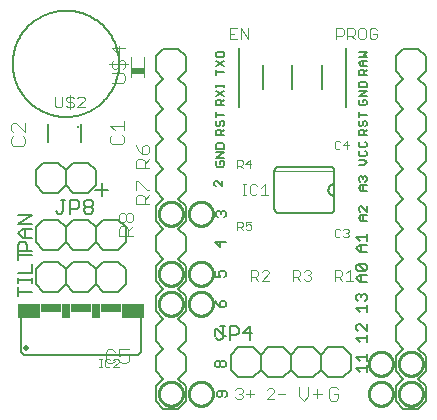
<source format=gbr>
G04 EAGLE Gerber RS-274X export*
G75*
%MOMM*%
%FSLAX34Y34*%
%LPD*%
%INSilkscreen Top*%
%IPPOS*%
%AMOC8*
5,1,8,0,0,1.08239X$1,22.5*%
G01*
%ADD10C,0.254000*%
%ADD11C,0.152400*%
%ADD12C,0.127000*%
%ADD13C,0.076200*%
%ADD14C,0.101600*%
%ADD15C,0.050800*%
%ADD16C,0.203200*%
%ADD17C,0.200000*%
%ADD18R,1.100000X0.600000*%
%ADD19C,0.508000*%
%ADD20R,1.905000X1.270000*%
%ADD21R,1.778000X0.762000*%
%ADD22R,0.762000X1.270000*%


D10*
X167640Y127000D02*
X167643Y127249D01*
X167652Y127499D01*
X167668Y127747D01*
X167689Y127996D01*
X167716Y128244D01*
X167750Y128491D01*
X167790Y128737D01*
X167835Y128982D01*
X167887Y129226D01*
X167944Y129469D01*
X168008Y129710D01*
X168077Y129949D01*
X168153Y130187D01*
X168234Y130423D01*
X168321Y130657D01*
X168413Y130888D01*
X168512Y131117D01*
X168615Y131344D01*
X168725Y131568D01*
X168840Y131789D01*
X168960Y132008D01*
X169085Y132223D01*
X169216Y132436D01*
X169352Y132645D01*
X169493Y132850D01*
X169639Y133052D01*
X169790Y133251D01*
X169946Y133445D01*
X170107Y133636D01*
X170272Y133823D01*
X170442Y134006D01*
X170616Y134184D01*
X170794Y134358D01*
X170977Y134528D01*
X171164Y134693D01*
X171355Y134854D01*
X171549Y135010D01*
X171748Y135161D01*
X171950Y135307D01*
X172155Y135448D01*
X172364Y135584D01*
X172577Y135715D01*
X172792Y135840D01*
X173011Y135960D01*
X173232Y136075D01*
X173456Y136185D01*
X173683Y136288D01*
X173912Y136387D01*
X174143Y136479D01*
X174377Y136566D01*
X174613Y136647D01*
X174851Y136723D01*
X175090Y136792D01*
X175331Y136856D01*
X175574Y136913D01*
X175818Y136965D01*
X176063Y137010D01*
X176309Y137050D01*
X176556Y137084D01*
X176804Y137111D01*
X177053Y137132D01*
X177301Y137148D01*
X177551Y137157D01*
X177800Y137160D01*
X178049Y137157D01*
X178299Y137148D01*
X178547Y137132D01*
X178796Y137111D01*
X179044Y137084D01*
X179291Y137050D01*
X179537Y137010D01*
X179782Y136965D01*
X180026Y136913D01*
X180269Y136856D01*
X180510Y136792D01*
X180749Y136723D01*
X180987Y136647D01*
X181223Y136566D01*
X181457Y136479D01*
X181688Y136387D01*
X181917Y136288D01*
X182144Y136185D01*
X182368Y136075D01*
X182589Y135960D01*
X182808Y135840D01*
X183023Y135715D01*
X183236Y135584D01*
X183445Y135448D01*
X183650Y135307D01*
X183852Y135161D01*
X184051Y135010D01*
X184245Y134854D01*
X184436Y134693D01*
X184623Y134528D01*
X184806Y134358D01*
X184984Y134184D01*
X185158Y134006D01*
X185328Y133823D01*
X185493Y133636D01*
X185654Y133445D01*
X185810Y133251D01*
X185961Y133052D01*
X186107Y132850D01*
X186248Y132645D01*
X186384Y132436D01*
X186515Y132223D01*
X186640Y132008D01*
X186760Y131789D01*
X186875Y131568D01*
X186985Y131344D01*
X187088Y131117D01*
X187187Y130888D01*
X187279Y130657D01*
X187366Y130423D01*
X187447Y130187D01*
X187523Y129949D01*
X187592Y129710D01*
X187656Y129469D01*
X187713Y129226D01*
X187765Y128982D01*
X187810Y128737D01*
X187850Y128491D01*
X187884Y128244D01*
X187911Y127996D01*
X187932Y127747D01*
X187948Y127499D01*
X187957Y127249D01*
X187960Y127000D01*
X187957Y126751D01*
X187948Y126501D01*
X187932Y126253D01*
X187911Y126004D01*
X187884Y125756D01*
X187850Y125509D01*
X187810Y125263D01*
X187765Y125018D01*
X187713Y124774D01*
X187656Y124531D01*
X187592Y124290D01*
X187523Y124051D01*
X187447Y123813D01*
X187366Y123577D01*
X187279Y123343D01*
X187187Y123112D01*
X187088Y122883D01*
X186985Y122656D01*
X186875Y122432D01*
X186760Y122211D01*
X186640Y121992D01*
X186515Y121777D01*
X186384Y121564D01*
X186248Y121355D01*
X186107Y121150D01*
X185961Y120948D01*
X185810Y120749D01*
X185654Y120555D01*
X185493Y120364D01*
X185328Y120177D01*
X185158Y119994D01*
X184984Y119816D01*
X184806Y119642D01*
X184623Y119472D01*
X184436Y119307D01*
X184245Y119146D01*
X184051Y118990D01*
X183852Y118839D01*
X183650Y118693D01*
X183445Y118552D01*
X183236Y118416D01*
X183023Y118285D01*
X182808Y118160D01*
X182589Y118040D01*
X182368Y117925D01*
X182144Y117815D01*
X181917Y117712D01*
X181688Y117613D01*
X181457Y117521D01*
X181223Y117434D01*
X180987Y117353D01*
X180749Y117277D01*
X180510Y117208D01*
X180269Y117144D01*
X180026Y117087D01*
X179782Y117035D01*
X179537Y116990D01*
X179291Y116950D01*
X179044Y116916D01*
X178796Y116889D01*
X178547Y116868D01*
X178299Y116852D01*
X178049Y116843D01*
X177800Y116840D01*
X177551Y116843D01*
X177301Y116852D01*
X177053Y116868D01*
X176804Y116889D01*
X176556Y116916D01*
X176309Y116950D01*
X176063Y116990D01*
X175818Y117035D01*
X175574Y117087D01*
X175331Y117144D01*
X175090Y117208D01*
X174851Y117277D01*
X174613Y117353D01*
X174377Y117434D01*
X174143Y117521D01*
X173912Y117613D01*
X173683Y117712D01*
X173456Y117815D01*
X173232Y117925D01*
X173011Y118040D01*
X172792Y118160D01*
X172577Y118285D01*
X172364Y118416D01*
X172155Y118552D01*
X171950Y118693D01*
X171748Y118839D01*
X171549Y118990D01*
X171355Y119146D01*
X171164Y119307D01*
X170977Y119472D01*
X170794Y119642D01*
X170616Y119816D01*
X170442Y119994D01*
X170272Y120177D01*
X170107Y120364D01*
X169946Y120555D01*
X169790Y120749D01*
X169639Y120948D01*
X169493Y121150D01*
X169352Y121355D01*
X169216Y121564D01*
X169085Y121777D01*
X168960Y121992D01*
X168840Y122211D01*
X168725Y122432D01*
X168615Y122656D01*
X168512Y122883D01*
X168413Y123112D01*
X168321Y123343D01*
X168234Y123577D01*
X168153Y123813D01*
X168077Y124051D01*
X168008Y124290D01*
X167944Y124531D01*
X167887Y124774D01*
X167835Y125018D01*
X167790Y125263D01*
X167750Y125509D01*
X167716Y125756D01*
X167689Y126004D01*
X167668Y126253D01*
X167652Y126501D01*
X167643Y126751D01*
X167640Y127000D01*
X167640Y152400D02*
X167643Y152649D01*
X167652Y152899D01*
X167668Y153147D01*
X167689Y153396D01*
X167716Y153644D01*
X167750Y153891D01*
X167790Y154137D01*
X167835Y154382D01*
X167887Y154626D01*
X167944Y154869D01*
X168008Y155110D01*
X168077Y155349D01*
X168153Y155587D01*
X168234Y155823D01*
X168321Y156057D01*
X168413Y156288D01*
X168512Y156517D01*
X168615Y156744D01*
X168725Y156968D01*
X168840Y157189D01*
X168960Y157408D01*
X169085Y157623D01*
X169216Y157836D01*
X169352Y158045D01*
X169493Y158250D01*
X169639Y158452D01*
X169790Y158651D01*
X169946Y158845D01*
X170107Y159036D01*
X170272Y159223D01*
X170442Y159406D01*
X170616Y159584D01*
X170794Y159758D01*
X170977Y159928D01*
X171164Y160093D01*
X171355Y160254D01*
X171549Y160410D01*
X171748Y160561D01*
X171950Y160707D01*
X172155Y160848D01*
X172364Y160984D01*
X172577Y161115D01*
X172792Y161240D01*
X173011Y161360D01*
X173232Y161475D01*
X173456Y161585D01*
X173683Y161688D01*
X173912Y161787D01*
X174143Y161879D01*
X174377Y161966D01*
X174613Y162047D01*
X174851Y162123D01*
X175090Y162192D01*
X175331Y162256D01*
X175574Y162313D01*
X175818Y162365D01*
X176063Y162410D01*
X176309Y162450D01*
X176556Y162484D01*
X176804Y162511D01*
X177053Y162532D01*
X177301Y162548D01*
X177551Y162557D01*
X177800Y162560D01*
X178049Y162557D01*
X178299Y162548D01*
X178547Y162532D01*
X178796Y162511D01*
X179044Y162484D01*
X179291Y162450D01*
X179537Y162410D01*
X179782Y162365D01*
X180026Y162313D01*
X180269Y162256D01*
X180510Y162192D01*
X180749Y162123D01*
X180987Y162047D01*
X181223Y161966D01*
X181457Y161879D01*
X181688Y161787D01*
X181917Y161688D01*
X182144Y161585D01*
X182368Y161475D01*
X182589Y161360D01*
X182808Y161240D01*
X183023Y161115D01*
X183236Y160984D01*
X183445Y160848D01*
X183650Y160707D01*
X183852Y160561D01*
X184051Y160410D01*
X184245Y160254D01*
X184436Y160093D01*
X184623Y159928D01*
X184806Y159758D01*
X184984Y159584D01*
X185158Y159406D01*
X185328Y159223D01*
X185493Y159036D01*
X185654Y158845D01*
X185810Y158651D01*
X185961Y158452D01*
X186107Y158250D01*
X186248Y158045D01*
X186384Y157836D01*
X186515Y157623D01*
X186640Y157408D01*
X186760Y157189D01*
X186875Y156968D01*
X186985Y156744D01*
X187088Y156517D01*
X187187Y156288D01*
X187279Y156057D01*
X187366Y155823D01*
X187447Y155587D01*
X187523Y155349D01*
X187592Y155110D01*
X187656Y154869D01*
X187713Y154626D01*
X187765Y154382D01*
X187810Y154137D01*
X187850Y153891D01*
X187884Y153644D01*
X187911Y153396D01*
X187932Y153147D01*
X187948Y152899D01*
X187957Y152649D01*
X187960Y152400D01*
X187957Y152151D01*
X187948Y151901D01*
X187932Y151653D01*
X187911Y151404D01*
X187884Y151156D01*
X187850Y150909D01*
X187810Y150663D01*
X187765Y150418D01*
X187713Y150174D01*
X187656Y149931D01*
X187592Y149690D01*
X187523Y149451D01*
X187447Y149213D01*
X187366Y148977D01*
X187279Y148743D01*
X187187Y148512D01*
X187088Y148283D01*
X186985Y148056D01*
X186875Y147832D01*
X186760Y147611D01*
X186640Y147392D01*
X186515Y147177D01*
X186384Y146964D01*
X186248Y146755D01*
X186107Y146550D01*
X185961Y146348D01*
X185810Y146149D01*
X185654Y145955D01*
X185493Y145764D01*
X185328Y145577D01*
X185158Y145394D01*
X184984Y145216D01*
X184806Y145042D01*
X184623Y144872D01*
X184436Y144707D01*
X184245Y144546D01*
X184051Y144390D01*
X183852Y144239D01*
X183650Y144093D01*
X183445Y143952D01*
X183236Y143816D01*
X183023Y143685D01*
X182808Y143560D01*
X182589Y143440D01*
X182368Y143325D01*
X182144Y143215D01*
X181917Y143112D01*
X181688Y143013D01*
X181457Y142921D01*
X181223Y142834D01*
X180987Y142753D01*
X180749Y142677D01*
X180510Y142608D01*
X180269Y142544D01*
X180026Y142487D01*
X179782Y142435D01*
X179537Y142390D01*
X179291Y142350D01*
X179044Y142316D01*
X178796Y142289D01*
X178547Y142268D01*
X178299Y142252D01*
X178049Y142243D01*
X177800Y142240D01*
X177551Y142243D01*
X177301Y142252D01*
X177053Y142268D01*
X176804Y142289D01*
X176556Y142316D01*
X176309Y142350D01*
X176063Y142390D01*
X175818Y142435D01*
X175574Y142487D01*
X175331Y142544D01*
X175090Y142608D01*
X174851Y142677D01*
X174613Y142753D01*
X174377Y142834D01*
X174143Y142921D01*
X173912Y143013D01*
X173683Y143112D01*
X173456Y143215D01*
X173232Y143325D01*
X173011Y143440D01*
X172792Y143560D01*
X172577Y143685D01*
X172364Y143816D01*
X172155Y143952D01*
X171950Y144093D01*
X171748Y144239D01*
X171549Y144390D01*
X171355Y144546D01*
X171164Y144707D01*
X170977Y144872D01*
X170794Y145042D01*
X170616Y145216D01*
X170442Y145394D01*
X170272Y145577D01*
X170107Y145764D01*
X169946Y145955D01*
X169790Y146149D01*
X169639Y146348D01*
X169493Y146550D01*
X169352Y146755D01*
X169216Y146964D01*
X169085Y147177D01*
X168960Y147392D01*
X168840Y147611D01*
X168725Y147832D01*
X168615Y148056D01*
X168512Y148283D01*
X168413Y148512D01*
X168321Y148743D01*
X168234Y148977D01*
X168153Y149213D01*
X168077Y149451D01*
X168008Y149690D01*
X167944Y149931D01*
X167887Y150174D01*
X167835Y150418D01*
X167790Y150663D01*
X167750Y150909D01*
X167716Y151156D01*
X167689Y151404D01*
X167668Y151653D01*
X167652Y151901D01*
X167643Y152151D01*
X167640Y152400D01*
X167640Y203200D02*
X167643Y203449D01*
X167652Y203699D01*
X167668Y203947D01*
X167689Y204196D01*
X167716Y204444D01*
X167750Y204691D01*
X167790Y204937D01*
X167835Y205182D01*
X167887Y205426D01*
X167944Y205669D01*
X168008Y205910D01*
X168077Y206149D01*
X168153Y206387D01*
X168234Y206623D01*
X168321Y206857D01*
X168413Y207088D01*
X168512Y207317D01*
X168615Y207544D01*
X168725Y207768D01*
X168840Y207989D01*
X168960Y208208D01*
X169085Y208423D01*
X169216Y208636D01*
X169352Y208845D01*
X169493Y209050D01*
X169639Y209252D01*
X169790Y209451D01*
X169946Y209645D01*
X170107Y209836D01*
X170272Y210023D01*
X170442Y210206D01*
X170616Y210384D01*
X170794Y210558D01*
X170977Y210728D01*
X171164Y210893D01*
X171355Y211054D01*
X171549Y211210D01*
X171748Y211361D01*
X171950Y211507D01*
X172155Y211648D01*
X172364Y211784D01*
X172577Y211915D01*
X172792Y212040D01*
X173011Y212160D01*
X173232Y212275D01*
X173456Y212385D01*
X173683Y212488D01*
X173912Y212587D01*
X174143Y212679D01*
X174377Y212766D01*
X174613Y212847D01*
X174851Y212923D01*
X175090Y212992D01*
X175331Y213056D01*
X175574Y213113D01*
X175818Y213165D01*
X176063Y213210D01*
X176309Y213250D01*
X176556Y213284D01*
X176804Y213311D01*
X177053Y213332D01*
X177301Y213348D01*
X177551Y213357D01*
X177800Y213360D01*
X178049Y213357D01*
X178299Y213348D01*
X178547Y213332D01*
X178796Y213311D01*
X179044Y213284D01*
X179291Y213250D01*
X179537Y213210D01*
X179782Y213165D01*
X180026Y213113D01*
X180269Y213056D01*
X180510Y212992D01*
X180749Y212923D01*
X180987Y212847D01*
X181223Y212766D01*
X181457Y212679D01*
X181688Y212587D01*
X181917Y212488D01*
X182144Y212385D01*
X182368Y212275D01*
X182589Y212160D01*
X182808Y212040D01*
X183023Y211915D01*
X183236Y211784D01*
X183445Y211648D01*
X183650Y211507D01*
X183852Y211361D01*
X184051Y211210D01*
X184245Y211054D01*
X184436Y210893D01*
X184623Y210728D01*
X184806Y210558D01*
X184984Y210384D01*
X185158Y210206D01*
X185328Y210023D01*
X185493Y209836D01*
X185654Y209645D01*
X185810Y209451D01*
X185961Y209252D01*
X186107Y209050D01*
X186248Y208845D01*
X186384Y208636D01*
X186515Y208423D01*
X186640Y208208D01*
X186760Y207989D01*
X186875Y207768D01*
X186985Y207544D01*
X187088Y207317D01*
X187187Y207088D01*
X187279Y206857D01*
X187366Y206623D01*
X187447Y206387D01*
X187523Y206149D01*
X187592Y205910D01*
X187656Y205669D01*
X187713Y205426D01*
X187765Y205182D01*
X187810Y204937D01*
X187850Y204691D01*
X187884Y204444D01*
X187911Y204196D01*
X187932Y203947D01*
X187948Y203699D01*
X187957Y203449D01*
X187960Y203200D01*
X187957Y202951D01*
X187948Y202701D01*
X187932Y202453D01*
X187911Y202204D01*
X187884Y201956D01*
X187850Y201709D01*
X187810Y201463D01*
X187765Y201218D01*
X187713Y200974D01*
X187656Y200731D01*
X187592Y200490D01*
X187523Y200251D01*
X187447Y200013D01*
X187366Y199777D01*
X187279Y199543D01*
X187187Y199312D01*
X187088Y199083D01*
X186985Y198856D01*
X186875Y198632D01*
X186760Y198411D01*
X186640Y198192D01*
X186515Y197977D01*
X186384Y197764D01*
X186248Y197555D01*
X186107Y197350D01*
X185961Y197148D01*
X185810Y196949D01*
X185654Y196755D01*
X185493Y196564D01*
X185328Y196377D01*
X185158Y196194D01*
X184984Y196016D01*
X184806Y195842D01*
X184623Y195672D01*
X184436Y195507D01*
X184245Y195346D01*
X184051Y195190D01*
X183852Y195039D01*
X183650Y194893D01*
X183445Y194752D01*
X183236Y194616D01*
X183023Y194485D01*
X182808Y194360D01*
X182589Y194240D01*
X182368Y194125D01*
X182144Y194015D01*
X181917Y193912D01*
X181688Y193813D01*
X181457Y193721D01*
X181223Y193634D01*
X180987Y193553D01*
X180749Y193477D01*
X180510Y193408D01*
X180269Y193344D01*
X180026Y193287D01*
X179782Y193235D01*
X179537Y193190D01*
X179291Y193150D01*
X179044Y193116D01*
X178796Y193089D01*
X178547Y193068D01*
X178299Y193052D01*
X178049Y193043D01*
X177800Y193040D01*
X177551Y193043D01*
X177301Y193052D01*
X177053Y193068D01*
X176804Y193089D01*
X176556Y193116D01*
X176309Y193150D01*
X176063Y193190D01*
X175818Y193235D01*
X175574Y193287D01*
X175331Y193344D01*
X175090Y193408D01*
X174851Y193477D01*
X174613Y193553D01*
X174377Y193634D01*
X174143Y193721D01*
X173912Y193813D01*
X173683Y193912D01*
X173456Y194015D01*
X173232Y194125D01*
X173011Y194240D01*
X172792Y194360D01*
X172577Y194485D01*
X172364Y194616D01*
X172155Y194752D01*
X171950Y194893D01*
X171748Y195039D01*
X171549Y195190D01*
X171355Y195346D01*
X171164Y195507D01*
X170977Y195672D01*
X170794Y195842D01*
X170616Y196016D01*
X170442Y196194D01*
X170272Y196377D01*
X170107Y196564D01*
X169946Y196755D01*
X169790Y196949D01*
X169639Y197148D01*
X169493Y197350D01*
X169352Y197555D01*
X169216Y197764D01*
X169085Y197977D01*
X168960Y198192D01*
X168840Y198411D01*
X168725Y198632D01*
X168615Y198856D01*
X168512Y199083D01*
X168413Y199312D01*
X168321Y199543D01*
X168234Y199777D01*
X168153Y200013D01*
X168077Y200251D01*
X168008Y200490D01*
X167944Y200731D01*
X167887Y200974D01*
X167835Y201218D01*
X167790Y201463D01*
X167750Y201709D01*
X167716Y201956D01*
X167689Y202204D01*
X167668Y202453D01*
X167652Y202701D01*
X167643Y202951D01*
X167640Y203200D01*
X167640Y50800D02*
X167643Y51049D01*
X167652Y51299D01*
X167668Y51547D01*
X167689Y51796D01*
X167716Y52044D01*
X167750Y52291D01*
X167790Y52537D01*
X167835Y52782D01*
X167887Y53026D01*
X167944Y53269D01*
X168008Y53510D01*
X168077Y53749D01*
X168153Y53987D01*
X168234Y54223D01*
X168321Y54457D01*
X168413Y54688D01*
X168512Y54917D01*
X168615Y55144D01*
X168725Y55368D01*
X168840Y55589D01*
X168960Y55808D01*
X169085Y56023D01*
X169216Y56236D01*
X169352Y56445D01*
X169493Y56650D01*
X169639Y56852D01*
X169790Y57051D01*
X169946Y57245D01*
X170107Y57436D01*
X170272Y57623D01*
X170442Y57806D01*
X170616Y57984D01*
X170794Y58158D01*
X170977Y58328D01*
X171164Y58493D01*
X171355Y58654D01*
X171549Y58810D01*
X171748Y58961D01*
X171950Y59107D01*
X172155Y59248D01*
X172364Y59384D01*
X172577Y59515D01*
X172792Y59640D01*
X173011Y59760D01*
X173232Y59875D01*
X173456Y59985D01*
X173683Y60088D01*
X173912Y60187D01*
X174143Y60279D01*
X174377Y60366D01*
X174613Y60447D01*
X174851Y60523D01*
X175090Y60592D01*
X175331Y60656D01*
X175574Y60713D01*
X175818Y60765D01*
X176063Y60810D01*
X176309Y60850D01*
X176556Y60884D01*
X176804Y60911D01*
X177053Y60932D01*
X177301Y60948D01*
X177551Y60957D01*
X177800Y60960D01*
X178049Y60957D01*
X178299Y60948D01*
X178547Y60932D01*
X178796Y60911D01*
X179044Y60884D01*
X179291Y60850D01*
X179537Y60810D01*
X179782Y60765D01*
X180026Y60713D01*
X180269Y60656D01*
X180510Y60592D01*
X180749Y60523D01*
X180987Y60447D01*
X181223Y60366D01*
X181457Y60279D01*
X181688Y60187D01*
X181917Y60088D01*
X182144Y59985D01*
X182368Y59875D01*
X182589Y59760D01*
X182808Y59640D01*
X183023Y59515D01*
X183236Y59384D01*
X183445Y59248D01*
X183650Y59107D01*
X183852Y58961D01*
X184051Y58810D01*
X184245Y58654D01*
X184436Y58493D01*
X184623Y58328D01*
X184806Y58158D01*
X184984Y57984D01*
X185158Y57806D01*
X185328Y57623D01*
X185493Y57436D01*
X185654Y57245D01*
X185810Y57051D01*
X185961Y56852D01*
X186107Y56650D01*
X186248Y56445D01*
X186384Y56236D01*
X186515Y56023D01*
X186640Y55808D01*
X186760Y55589D01*
X186875Y55368D01*
X186985Y55144D01*
X187088Y54917D01*
X187187Y54688D01*
X187279Y54457D01*
X187366Y54223D01*
X187447Y53987D01*
X187523Y53749D01*
X187592Y53510D01*
X187656Y53269D01*
X187713Y53026D01*
X187765Y52782D01*
X187810Y52537D01*
X187850Y52291D01*
X187884Y52044D01*
X187911Y51796D01*
X187932Y51547D01*
X187948Y51299D01*
X187957Y51049D01*
X187960Y50800D01*
X187957Y50551D01*
X187948Y50301D01*
X187932Y50053D01*
X187911Y49804D01*
X187884Y49556D01*
X187850Y49309D01*
X187810Y49063D01*
X187765Y48818D01*
X187713Y48574D01*
X187656Y48331D01*
X187592Y48090D01*
X187523Y47851D01*
X187447Y47613D01*
X187366Y47377D01*
X187279Y47143D01*
X187187Y46912D01*
X187088Y46683D01*
X186985Y46456D01*
X186875Y46232D01*
X186760Y46011D01*
X186640Y45792D01*
X186515Y45577D01*
X186384Y45364D01*
X186248Y45155D01*
X186107Y44950D01*
X185961Y44748D01*
X185810Y44549D01*
X185654Y44355D01*
X185493Y44164D01*
X185328Y43977D01*
X185158Y43794D01*
X184984Y43616D01*
X184806Y43442D01*
X184623Y43272D01*
X184436Y43107D01*
X184245Y42946D01*
X184051Y42790D01*
X183852Y42639D01*
X183650Y42493D01*
X183445Y42352D01*
X183236Y42216D01*
X183023Y42085D01*
X182808Y41960D01*
X182589Y41840D01*
X182368Y41725D01*
X182144Y41615D01*
X181917Y41512D01*
X181688Y41413D01*
X181457Y41321D01*
X181223Y41234D01*
X180987Y41153D01*
X180749Y41077D01*
X180510Y41008D01*
X180269Y40944D01*
X180026Y40887D01*
X179782Y40835D01*
X179537Y40790D01*
X179291Y40750D01*
X179044Y40716D01*
X178796Y40689D01*
X178547Y40668D01*
X178299Y40652D01*
X178049Y40643D01*
X177800Y40640D01*
X177551Y40643D01*
X177301Y40652D01*
X177053Y40668D01*
X176804Y40689D01*
X176556Y40716D01*
X176309Y40750D01*
X176063Y40790D01*
X175818Y40835D01*
X175574Y40887D01*
X175331Y40944D01*
X175090Y41008D01*
X174851Y41077D01*
X174613Y41153D01*
X174377Y41234D01*
X174143Y41321D01*
X173912Y41413D01*
X173683Y41512D01*
X173456Y41615D01*
X173232Y41725D01*
X173011Y41840D01*
X172792Y41960D01*
X172577Y42085D01*
X172364Y42216D01*
X172155Y42352D01*
X171950Y42493D01*
X171748Y42639D01*
X171549Y42790D01*
X171355Y42946D01*
X171164Y43107D01*
X170977Y43272D01*
X170794Y43442D01*
X170616Y43616D01*
X170442Y43794D01*
X170272Y43977D01*
X170107Y44164D01*
X169946Y44355D01*
X169790Y44549D01*
X169639Y44748D01*
X169493Y44950D01*
X169352Y45155D01*
X169216Y45364D01*
X169085Y45577D01*
X168960Y45792D01*
X168840Y46011D01*
X168725Y46232D01*
X168615Y46456D01*
X168512Y46683D01*
X168413Y46912D01*
X168321Y47143D01*
X168234Y47377D01*
X168153Y47613D01*
X168077Y47851D01*
X168008Y48090D01*
X167944Y48331D01*
X167887Y48574D01*
X167835Y48818D01*
X167790Y49063D01*
X167750Y49309D01*
X167716Y49556D01*
X167689Y49804D01*
X167668Y50053D01*
X167652Y50301D01*
X167643Y50551D01*
X167640Y50800D01*
X320040Y50800D02*
X320043Y51049D01*
X320052Y51299D01*
X320068Y51547D01*
X320089Y51796D01*
X320116Y52044D01*
X320150Y52291D01*
X320190Y52537D01*
X320235Y52782D01*
X320287Y53026D01*
X320344Y53269D01*
X320408Y53510D01*
X320477Y53749D01*
X320553Y53987D01*
X320634Y54223D01*
X320721Y54457D01*
X320813Y54688D01*
X320912Y54917D01*
X321015Y55144D01*
X321125Y55368D01*
X321240Y55589D01*
X321360Y55808D01*
X321485Y56023D01*
X321616Y56236D01*
X321752Y56445D01*
X321893Y56650D01*
X322039Y56852D01*
X322190Y57051D01*
X322346Y57245D01*
X322507Y57436D01*
X322672Y57623D01*
X322842Y57806D01*
X323016Y57984D01*
X323194Y58158D01*
X323377Y58328D01*
X323564Y58493D01*
X323755Y58654D01*
X323949Y58810D01*
X324148Y58961D01*
X324350Y59107D01*
X324555Y59248D01*
X324764Y59384D01*
X324977Y59515D01*
X325192Y59640D01*
X325411Y59760D01*
X325632Y59875D01*
X325856Y59985D01*
X326083Y60088D01*
X326312Y60187D01*
X326543Y60279D01*
X326777Y60366D01*
X327013Y60447D01*
X327251Y60523D01*
X327490Y60592D01*
X327731Y60656D01*
X327974Y60713D01*
X328218Y60765D01*
X328463Y60810D01*
X328709Y60850D01*
X328956Y60884D01*
X329204Y60911D01*
X329453Y60932D01*
X329701Y60948D01*
X329951Y60957D01*
X330200Y60960D01*
X330449Y60957D01*
X330699Y60948D01*
X330947Y60932D01*
X331196Y60911D01*
X331444Y60884D01*
X331691Y60850D01*
X331937Y60810D01*
X332182Y60765D01*
X332426Y60713D01*
X332669Y60656D01*
X332910Y60592D01*
X333149Y60523D01*
X333387Y60447D01*
X333623Y60366D01*
X333857Y60279D01*
X334088Y60187D01*
X334317Y60088D01*
X334544Y59985D01*
X334768Y59875D01*
X334989Y59760D01*
X335208Y59640D01*
X335423Y59515D01*
X335636Y59384D01*
X335845Y59248D01*
X336050Y59107D01*
X336252Y58961D01*
X336451Y58810D01*
X336645Y58654D01*
X336836Y58493D01*
X337023Y58328D01*
X337206Y58158D01*
X337384Y57984D01*
X337558Y57806D01*
X337728Y57623D01*
X337893Y57436D01*
X338054Y57245D01*
X338210Y57051D01*
X338361Y56852D01*
X338507Y56650D01*
X338648Y56445D01*
X338784Y56236D01*
X338915Y56023D01*
X339040Y55808D01*
X339160Y55589D01*
X339275Y55368D01*
X339385Y55144D01*
X339488Y54917D01*
X339587Y54688D01*
X339679Y54457D01*
X339766Y54223D01*
X339847Y53987D01*
X339923Y53749D01*
X339992Y53510D01*
X340056Y53269D01*
X340113Y53026D01*
X340165Y52782D01*
X340210Y52537D01*
X340250Y52291D01*
X340284Y52044D01*
X340311Y51796D01*
X340332Y51547D01*
X340348Y51299D01*
X340357Y51049D01*
X340360Y50800D01*
X340357Y50551D01*
X340348Y50301D01*
X340332Y50053D01*
X340311Y49804D01*
X340284Y49556D01*
X340250Y49309D01*
X340210Y49063D01*
X340165Y48818D01*
X340113Y48574D01*
X340056Y48331D01*
X339992Y48090D01*
X339923Y47851D01*
X339847Y47613D01*
X339766Y47377D01*
X339679Y47143D01*
X339587Y46912D01*
X339488Y46683D01*
X339385Y46456D01*
X339275Y46232D01*
X339160Y46011D01*
X339040Y45792D01*
X338915Y45577D01*
X338784Y45364D01*
X338648Y45155D01*
X338507Y44950D01*
X338361Y44748D01*
X338210Y44549D01*
X338054Y44355D01*
X337893Y44164D01*
X337728Y43977D01*
X337558Y43794D01*
X337384Y43616D01*
X337206Y43442D01*
X337023Y43272D01*
X336836Y43107D01*
X336645Y42946D01*
X336451Y42790D01*
X336252Y42639D01*
X336050Y42493D01*
X335845Y42352D01*
X335636Y42216D01*
X335423Y42085D01*
X335208Y41960D01*
X334989Y41840D01*
X334768Y41725D01*
X334544Y41615D01*
X334317Y41512D01*
X334088Y41413D01*
X333857Y41321D01*
X333623Y41234D01*
X333387Y41153D01*
X333149Y41077D01*
X332910Y41008D01*
X332669Y40944D01*
X332426Y40887D01*
X332182Y40835D01*
X331937Y40790D01*
X331691Y40750D01*
X331444Y40716D01*
X331196Y40689D01*
X330947Y40668D01*
X330699Y40652D01*
X330449Y40643D01*
X330200Y40640D01*
X329951Y40643D01*
X329701Y40652D01*
X329453Y40668D01*
X329204Y40689D01*
X328956Y40716D01*
X328709Y40750D01*
X328463Y40790D01*
X328218Y40835D01*
X327974Y40887D01*
X327731Y40944D01*
X327490Y41008D01*
X327251Y41077D01*
X327013Y41153D01*
X326777Y41234D01*
X326543Y41321D01*
X326312Y41413D01*
X326083Y41512D01*
X325856Y41615D01*
X325632Y41725D01*
X325411Y41840D01*
X325192Y41960D01*
X324977Y42085D01*
X324764Y42216D01*
X324555Y42352D01*
X324350Y42493D01*
X324148Y42639D01*
X323949Y42790D01*
X323755Y42946D01*
X323564Y43107D01*
X323377Y43272D01*
X323194Y43442D01*
X323016Y43616D01*
X322842Y43794D01*
X322672Y43977D01*
X322507Y44164D01*
X322346Y44355D01*
X322190Y44549D01*
X322039Y44748D01*
X321893Y44950D01*
X321752Y45155D01*
X321616Y45364D01*
X321485Y45577D01*
X321360Y45792D01*
X321240Y46011D01*
X321125Y46232D01*
X321015Y46456D01*
X320912Y46683D01*
X320813Y46912D01*
X320721Y47143D01*
X320634Y47377D01*
X320553Y47613D01*
X320477Y47851D01*
X320408Y48090D01*
X320344Y48331D01*
X320287Y48574D01*
X320235Y48818D01*
X320190Y49063D01*
X320150Y49309D01*
X320116Y49556D01*
X320089Y49804D01*
X320068Y50053D01*
X320052Y50301D01*
X320043Y50551D01*
X320040Y50800D01*
X320040Y76200D02*
X320043Y76449D01*
X320052Y76699D01*
X320068Y76947D01*
X320089Y77196D01*
X320116Y77444D01*
X320150Y77691D01*
X320190Y77937D01*
X320235Y78182D01*
X320287Y78426D01*
X320344Y78669D01*
X320408Y78910D01*
X320477Y79149D01*
X320553Y79387D01*
X320634Y79623D01*
X320721Y79857D01*
X320813Y80088D01*
X320912Y80317D01*
X321015Y80544D01*
X321125Y80768D01*
X321240Y80989D01*
X321360Y81208D01*
X321485Y81423D01*
X321616Y81636D01*
X321752Y81845D01*
X321893Y82050D01*
X322039Y82252D01*
X322190Y82451D01*
X322346Y82645D01*
X322507Y82836D01*
X322672Y83023D01*
X322842Y83206D01*
X323016Y83384D01*
X323194Y83558D01*
X323377Y83728D01*
X323564Y83893D01*
X323755Y84054D01*
X323949Y84210D01*
X324148Y84361D01*
X324350Y84507D01*
X324555Y84648D01*
X324764Y84784D01*
X324977Y84915D01*
X325192Y85040D01*
X325411Y85160D01*
X325632Y85275D01*
X325856Y85385D01*
X326083Y85488D01*
X326312Y85587D01*
X326543Y85679D01*
X326777Y85766D01*
X327013Y85847D01*
X327251Y85923D01*
X327490Y85992D01*
X327731Y86056D01*
X327974Y86113D01*
X328218Y86165D01*
X328463Y86210D01*
X328709Y86250D01*
X328956Y86284D01*
X329204Y86311D01*
X329453Y86332D01*
X329701Y86348D01*
X329951Y86357D01*
X330200Y86360D01*
X330449Y86357D01*
X330699Y86348D01*
X330947Y86332D01*
X331196Y86311D01*
X331444Y86284D01*
X331691Y86250D01*
X331937Y86210D01*
X332182Y86165D01*
X332426Y86113D01*
X332669Y86056D01*
X332910Y85992D01*
X333149Y85923D01*
X333387Y85847D01*
X333623Y85766D01*
X333857Y85679D01*
X334088Y85587D01*
X334317Y85488D01*
X334544Y85385D01*
X334768Y85275D01*
X334989Y85160D01*
X335208Y85040D01*
X335423Y84915D01*
X335636Y84784D01*
X335845Y84648D01*
X336050Y84507D01*
X336252Y84361D01*
X336451Y84210D01*
X336645Y84054D01*
X336836Y83893D01*
X337023Y83728D01*
X337206Y83558D01*
X337384Y83384D01*
X337558Y83206D01*
X337728Y83023D01*
X337893Y82836D01*
X338054Y82645D01*
X338210Y82451D01*
X338361Y82252D01*
X338507Y82050D01*
X338648Y81845D01*
X338784Y81636D01*
X338915Y81423D01*
X339040Y81208D01*
X339160Y80989D01*
X339275Y80768D01*
X339385Y80544D01*
X339488Y80317D01*
X339587Y80088D01*
X339679Y79857D01*
X339766Y79623D01*
X339847Y79387D01*
X339923Y79149D01*
X339992Y78910D01*
X340056Y78669D01*
X340113Y78426D01*
X340165Y78182D01*
X340210Y77937D01*
X340250Y77691D01*
X340284Y77444D01*
X340311Y77196D01*
X340332Y76947D01*
X340348Y76699D01*
X340357Y76449D01*
X340360Y76200D01*
X340357Y75951D01*
X340348Y75701D01*
X340332Y75453D01*
X340311Y75204D01*
X340284Y74956D01*
X340250Y74709D01*
X340210Y74463D01*
X340165Y74218D01*
X340113Y73974D01*
X340056Y73731D01*
X339992Y73490D01*
X339923Y73251D01*
X339847Y73013D01*
X339766Y72777D01*
X339679Y72543D01*
X339587Y72312D01*
X339488Y72083D01*
X339385Y71856D01*
X339275Y71632D01*
X339160Y71411D01*
X339040Y71192D01*
X338915Y70977D01*
X338784Y70764D01*
X338648Y70555D01*
X338507Y70350D01*
X338361Y70148D01*
X338210Y69949D01*
X338054Y69755D01*
X337893Y69564D01*
X337728Y69377D01*
X337558Y69194D01*
X337384Y69016D01*
X337206Y68842D01*
X337023Y68672D01*
X336836Y68507D01*
X336645Y68346D01*
X336451Y68190D01*
X336252Y68039D01*
X336050Y67893D01*
X335845Y67752D01*
X335636Y67616D01*
X335423Y67485D01*
X335208Y67360D01*
X334989Y67240D01*
X334768Y67125D01*
X334544Y67015D01*
X334317Y66912D01*
X334088Y66813D01*
X333857Y66721D01*
X333623Y66634D01*
X333387Y66553D01*
X333149Y66477D01*
X332910Y66408D01*
X332669Y66344D01*
X332426Y66287D01*
X332182Y66235D01*
X331937Y66190D01*
X331691Y66150D01*
X331444Y66116D01*
X331196Y66089D01*
X330947Y66068D01*
X330699Y66052D01*
X330449Y66043D01*
X330200Y66040D01*
X329951Y66043D01*
X329701Y66052D01*
X329453Y66068D01*
X329204Y66089D01*
X328956Y66116D01*
X328709Y66150D01*
X328463Y66190D01*
X328218Y66235D01*
X327974Y66287D01*
X327731Y66344D01*
X327490Y66408D01*
X327251Y66477D01*
X327013Y66553D01*
X326777Y66634D01*
X326543Y66721D01*
X326312Y66813D01*
X326083Y66912D01*
X325856Y67015D01*
X325632Y67125D01*
X325411Y67240D01*
X325192Y67360D01*
X324977Y67485D01*
X324764Y67616D01*
X324555Y67752D01*
X324350Y67893D01*
X324148Y68039D01*
X323949Y68190D01*
X323755Y68346D01*
X323564Y68507D01*
X323377Y68672D01*
X323194Y68842D01*
X323016Y69016D01*
X322842Y69194D01*
X322672Y69377D01*
X322507Y69564D01*
X322346Y69755D01*
X322190Y69949D01*
X322039Y70148D01*
X321893Y70350D01*
X321752Y70555D01*
X321616Y70764D01*
X321485Y70977D01*
X321360Y71192D01*
X321240Y71411D01*
X321125Y71632D01*
X321015Y71856D01*
X320912Y72083D01*
X320813Y72312D01*
X320721Y72543D01*
X320634Y72777D01*
X320553Y73013D01*
X320477Y73251D01*
X320408Y73490D01*
X320344Y73731D01*
X320287Y73974D01*
X320235Y74218D01*
X320190Y74463D01*
X320150Y74709D01*
X320116Y74956D01*
X320089Y75204D01*
X320068Y75453D01*
X320052Y75701D01*
X320043Y75951D01*
X320040Y76200D01*
D11*
X191425Y73152D02*
X189985Y74593D01*
X189985Y77474D01*
X191425Y78914D01*
X192866Y78914D01*
X194306Y77474D01*
X195747Y78914D01*
X197187Y78914D01*
X198628Y77474D01*
X198628Y74593D01*
X197187Y73152D01*
X195747Y73152D01*
X194306Y74593D01*
X192866Y73152D01*
X191425Y73152D01*
X194306Y74593D02*
X194306Y77474D01*
X189985Y99822D02*
X189985Y105584D01*
X191425Y105584D01*
X197187Y99822D01*
X198628Y99822D01*
X191425Y126833D02*
X189985Y129714D01*
X191425Y126833D02*
X194306Y123952D01*
X197187Y123952D01*
X198628Y125393D01*
X198628Y128274D01*
X197187Y129714D01*
X195747Y129714D01*
X194306Y128274D01*
X194306Y123952D01*
X189985Y149352D02*
X189985Y155114D01*
X189985Y149352D02*
X194306Y149352D01*
X192866Y152233D01*
X192866Y153674D01*
X194306Y155114D01*
X197187Y155114D01*
X198628Y153674D01*
X198628Y150793D01*
X197187Y149352D01*
X198628Y179074D02*
X189985Y179074D01*
X194306Y174752D01*
X194306Y180514D01*
X191933Y200152D02*
X190493Y201593D01*
X190493Y204474D01*
X191933Y205914D01*
X193374Y205914D01*
X194814Y204474D01*
X194814Y203033D01*
X194814Y204474D02*
X196255Y205914D01*
X197695Y205914D01*
X199136Y204474D01*
X199136Y201593D01*
X197695Y200152D01*
D12*
X195961Y226695D02*
X195961Y231271D01*
X195961Y226695D02*
X191385Y231271D01*
X190241Y231271D01*
X189097Y230127D01*
X189097Y227839D01*
X190241Y226695D01*
X190621Y246637D02*
X191765Y247781D01*
X190621Y246637D02*
X190621Y244349D01*
X191765Y243205D01*
X196341Y243205D01*
X197485Y244349D01*
X197485Y246637D01*
X196341Y247781D01*
X194053Y247781D01*
X194053Y245493D01*
X197485Y250689D02*
X190621Y250689D01*
X197485Y255265D01*
X190621Y255265D01*
X190621Y258173D02*
X197485Y258173D01*
X197485Y261605D01*
X196341Y262749D01*
X191765Y262749D01*
X190621Y261605D01*
X190621Y258173D01*
X190621Y269875D02*
X197485Y269875D01*
X190621Y269875D02*
X190621Y273307D01*
X191765Y274451D01*
X194053Y274451D01*
X195197Y273307D01*
X195197Y269875D01*
X195197Y272163D02*
X197485Y274451D01*
X190621Y280791D02*
X191765Y281935D01*
X190621Y280791D02*
X190621Y278503D01*
X191765Y277359D01*
X192909Y277359D01*
X194053Y278503D01*
X194053Y280791D01*
X195197Y281935D01*
X196341Y281935D01*
X197485Y280791D01*
X197485Y278503D01*
X196341Y277359D01*
X197485Y287131D02*
X190621Y287131D01*
X190621Y284843D02*
X190621Y289419D01*
X190621Y295275D02*
X197485Y295275D01*
X190621Y295275D02*
X190621Y298707D01*
X191765Y299851D01*
X194053Y299851D01*
X195197Y298707D01*
X195197Y295275D01*
X195197Y297563D02*
X197485Y299851D01*
X190621Y302759D02*
X197485Y307335D01*
X197485Y302759D02*
X190621Y307335D01*
X197485Y310243D02*
X197485Y312531D01*
X197485Y311387D02*
X190621Y311387D01*
X190621Y310243D02*
X190621Y312531D01*
X190621Y322963D02*
X197485Y322963D01*
X190621Y320675D02*
X190621Y325251D01*
X190621Y328159D02*
X197485Y332735D01*
X197485Y328159D02*
X190621Y332735D01*
X190621Y336787D02*
X190621Y339075D01*
X190621Y336787D02*
X191765Y335643D01*
X196341Y335643D01*
X197485Y336787D01*
X197485Y339075D01*
X196341Y340219D01*
X191765Y340219D01*
X190621Y339075D01*
X311271Y320675D02*
X318135Y320675D01*
X311271Y320675D02*
X311271Y324107D01*
X312415Y325251D01*
X314703Y325251D01*
X315847Y324107D01*
X315847Y320675D01*
X315847Y322963D02*
X318135Y325251D01*
X318135Y328159D02*
X313559Y328159D01*
X311271Y330447D01*
X313559Y332735D01*
X318135Y332735D01*
X314703Y332735D02*
X314703Y328159D01*
X311271Y335643D02*
X318135Y335643D01*
X315847Y337931D01*
X318135Y340219D01*
X311271Y340219D01*
X312415Y299851D02*
X311271Y298707D01*
X311271Y296419D01*
X312415Y295275D01*
X316991Y295275D01*
X318135Y296419D01*
X318135Y298707D01*
X316991Y299851D01*
X314703Y299851D01*
X314703Y297563D01*
X318135Y302759D02*
X311271Y302759D01*
X318135Y307335D01*
X311271Y307335D01*
X311271Y310243D02*
X318135Y310243D01*
X318135Y313675D01*
X316991Y314819D01*
X312415Y314819D01*
X311271Y313675D01*
X311271Y310243D01*
X311271Y269875D02*
X318135Y269875D01*
X311271Y269875D02*
X311271Y273307D01*
X312415Y274451D01*
X314703Y274451D01*
X315847Y273307D01*
X315847Y269875D01*
X315847Y272163D02*
X318135Y274451D01*
X311271Y280791D02*
X312415Y281935D01*
X311271Y280791D02*
X311271Y278503D01*
X312415Y277359D01*
X313559Y277359D01*
X314703Y278503D01*
X314703Y280791D01*
X315847Y281935D01*
X316991Y281935D01*
X318135Y280791D01*
X318135Y278503D01*
X316991Y277359D01*
X318135Y287131D02*
X311271Y287131D01*
X311271Y284843D02*
X311271Y289419D01*
X311271Y244475D02*
X315847Y244475D01*
X318135Y246763D01*
X315847Y249051D01*
X311271Y249051D01*
X311271Y255391D02*
X312415Y256535D01*
X311271Y255391D02*
X311271Y253103D01*
X312415Y251959D01*
X316991Y251959D01*
X318135Y253103D01*
X318135Y255391D01*
X316991Y256535D01*
X311271Y262875D02*
X312415Y264019D01*
X311271Y262875D02*
X311271Y260587D01*
X312415Y259443D01*
X316991Y259443D01*
X318135Y260587D01*
X318135Y262875D01*
X316991Y264019D01*
X318135Y222885D02*
X313559Y222885D01*
X311271Y225173D01*
X313559Y227461D01*
X318135Y227461D01*
X314703Y227461D02*
X314703Y222885D01*
X312415Y230369D02*
X311271Y231513D01*
X311271Y233801D01*
X312415Y234945D01*
X313559Y234945D01*
X314703Y233801D01*
X314703Y232657D01*
X314703Y233801D02*
X315847Y234945D01*
X316991Y234945D01*
X318135Y233801D01*
X318135Y231513D01*
X316991Y230369D01*
X318135Y197485D02*
X313559Y197485D01*
X311271Y199773D01*
X313559Y202061D01*
X318135Y202061D01*
X314703Y202061D02*
X314703Y197485D01*
X318135Y204969D02*
X318135Y209545D01*
X318135Y204969D02*
X313559Y209545D01*
X312415Y209545D01*
X311271Y208401D01*
X311271Y206113D01*
X312415Y204969D01*
D11*
X312246Y170942D02*
X318008Y170942D01*
X312246Y170942D02*
X309365Y173823D01*
X312246Y176704D01*
X318008Y176704D01*
X313686Y176704D02*
X313686Y170942D01*
X312246Y180297D02*
X309365Y183178D01*
X318008Y183178D01*
X318008Y180297D02*
X318008Y186059D01*
X318008Y145542D02*
X312246Y145542D01*
X309365Y148423D01*
X312246Y151304D01*
X318008Y151304D01*
X313686Y151304D02*
X313686Y145542D01*
X316567Y154897D02*
X310805Y154897D01*
X309365Y156338D01*
X309365Y159219D01*
X310805Y160659D01*
X316567Y160659D01*
X318008Y159219D01*
X318008Y156338D01*
X316567Y154897D01*
X310805Y160659D01*
X309365Y123023D02*
X312246Y120142D01*
X309365Y123023D02*
X318008Y123023D01*
X318008Y120142D02*
X318008Y125904D01*
X310805Y129497D02*
X309365Y130938D01*
X309365Y133819D01*
X310805Y135259D01*
X312246Y135259D01*
X313686Y133819D01*
X313686Y132378D01*
X313686Y133819D02*
X315127Y135259D01*
X316567Y135259D01*
X318008Y133819D01*
X318008Y130938D01*
X316567Y129497D01*
X309365Y97623D02*
X312246Y94742D01*
X309365Y97623D02*
X318008Y97623D01*
X318008Y94742D02*
X318008Y100504D01*
X318008Y104097D02*
X318008Y109859D01*
X318008Y104097D02*
X312246Y109859D01*
X310805Y109859D01*
X309365Y108419D01*
X309365Y105538D01*
X310805Y104097D01*
X309365Y72223D02*
X312246Y69342D01*
X309365Y72223D02*
X318008Y72223D01*
X318008Y69342D02*
X318008Y75104D01*
X312246Y78697D02*
X309365Y81578D01*
X318008Y81578D01*
X318008Y78697D02*
X318008Y84459D01*
D13*
X208493Y55507D02*
X206926Y53939D01*
X208493Y55507D02*
X211629Y55507D01*
X213197Y53939D01*
X213197Y52372D01*
X211629Y50804D01*
X210061Y50804D01*
X211629Y50804D02*
X213197Y49236D01*
X213197Y47669D01*
X211629Y46101D01*
X208493Y46101D01*
X206926Y47669D01*
X216281Y50804D02*
X222552Y50804D01*
X219416Y53939D02*
X219416Y47669D01*
X233596Y46101D02*
X239867Y46101D01*
X233596Y46101D02*
X239867Y52372D01*
X239867Y53939D01*
X238299Y55507D01*
X235163Y55507D01*
X233596Y53939D01*
X242951Y50804D02*
X249222Y50804D01*
X208582Y360307D02*
X202311Y360307D01*
X202311Y350901D01*
X208582Y350901D01*
X205446Y355604D02*
X202311Y355604D01*
X211666Y350901D02*
X211666Y360307D01*
X217937Y350901D01*
X217937Y360307D01*
X292481Y360307D02*
X292481Y350901D01*
X292481Y360307D02*
X297184Y360307D01*
X298752Y358739D01*
X298752Y355604D01*
X297184Y354036D01*
X292481Y354036D01*
X301836Y350901D02*
X301836Y360307D01*
X306539Y360307D01*
X308107Y358739D01*
X308107Y355604D01*
X306539Y354036D01*
X301836Y354036D01*
X304972Y354036D02*
X308107Y350901D01*
X312759Y360307D02*
X315894Y360307D01*
X312759Y360307D02*
X311191Y358739D01*
X311191Y352469D01*
X312759Y350901D01*
X315894Y350901D01*
X317462Y352469D01*
X317462Y358739D01*
X315894Y360307D01*
X325250Y360307D02*
X326817Y358739D01*
X325250Y360307D02*
X322114Y360307D01*
X320547Y358739D01*
X320547Y352469D01*
X322114Y350901D01*
X325250Y350901D01*
X326817Y352469D01*
X326817Y355604D01*
X323682Y355604D01*
D10*
X142240Y152400D02*
X142243Y152649D01*
X142252Y152899D01*
X142268Y153147D01*
X142289Y153396D01*
X142316Y153644D01*
X142350Y153891D01*
X142390Y154137D01*
X142435Y154382D01*
X142487Y154626D01*
X142544Y154869D01*
X142608Y155110D01*
X142677Y155349D01*
X142753Y155587D01*
X142834Y155823D01*
X142921Y156057D01*
X143013Y156288D01*
X143112Y156517D01*
X143215Y156744D01*
X143325Y156968D01*
X143440Y157189D01*
X143560Y157408D01*
X143685Y157623D01*
X143816Y157836D01*
X143952Y158045D01*
X144093Y158250D01*
X144239Y158452D01*
X144390Y158651D01*
X144546Y158845D01*
X144707Y159036D01*
X144872Y159223D01*
X145042Y159406D01*
X145216Y159584D01*
X145394Y159758D01*
X145577Y159928D01*
X145764Y160093D01*
X145955Y160254D01*
X146149Y160410D01*
X146348Y160561D01*
X146550Y160707D01*
X146755Y160848D01*
X146964Y160984D01*
X147177Y161115D01*
X147392Y161240D01*
X147611Y161360D01*
X147832Y161475D01*
X148056Y161585D01*
X148283Y161688D01*
X148512Y161787D01*
X148743Y161879D01*
X148977Y161966D01*
X149213Y162047D01*
X149451Y162123D01*
X149690Y162192D01*
X149931Y162256D01*
X150174Y162313D01*
X150418Y162365D01*
X150663Y162410D01*
X150909Y162450D01*
X151156Y162484D01*
X151404Y162511D01*
X151653Y162532D01*
X151901Y162548D01*
X152151Y162557D01*
X152400Y162560D01*
X152649Y162557D01*
X152899Y162548D01*
X153147Y162532D01*
X153396Y162511D01*
X153644Y162484D01*
X153891Y162450D01*
X154137Y162410D01*
X154382Y162365D01*
X154626Y162313D01*
X154869Y162256D01*
X155110Y162192D01*
X155349Y162123D01*
X155587Y162047D01*
X155823Y161966D01*
X156057Y161879D01*
X156288Y161787D01*
X156517Y161688D01*
X156744Y161585D01*
X156968Y161475D01*
X157189Y161360D01*
X157408Y161240D01*
X157623Y161115D01*
X157836Y160984D01*
X158045Y160848D01*
X158250Y160707D01*
X158452Y160561D01*
X158651Y160410D01*
X158845Y160254D01*
X159036Y160093D01*
X159223Y159928D01*
X159406Y159758D01*
X159584Y159584D01*
X159758Y159406D01*
X159928Y159223D01*
X160093Y159036D01*
X160254Y158845D01*
X160410Y158651D01*
X160561Y158452D01*
X160707Y158250D01*
X160848Y158045D01*
X160984Y157836D01*
X161115Y157623D01*
X161240Y157408D01*
X161360Y157189D01*
X161475Y156968D01*
X161585Y156744D01*
X161688Y156517D01*
X161787Y156288D01*
X161879Y156057D01*
X161966Y155823D01*
X162047Y155587D01*
X162123Y155349D01*
X162192Y155110D01*
X162256Y154869D01*
X162313Y154626D01*
X162365Y154382D01*
X162410Y154137D01*
X162450Y153891D01*
X162484Y153644D01*
X162511Y153396D01*
X162532Y153147D01*
X162548Y152899D01*
X162557Y152649D01*
X162560Y152400D01*
X162557Y152151D01*
X162548Y151901D01*
X162532Y151653D01*
X162511Y151404D01*
X162484Y151156D01*
X162450Y150909D01*
X162410Y150663D01*
X162365Y150418D01*
X162313Y150174D01*
X162256Y149931D01*
X162192Y149690D01*
X162123Y149451D01*
X162047Y149213D01*
X161966Y148977D01*
X161879Y148743D01*
X161787Y148512D01*
X161688Y148283D01*
X161585Y148056D01*
X161475Y147832D01*
X161360Y147611D01*
X161240Y147392D01*
X161115Y147177D01*
X160984Y146964D01*
X160848Y146755D01*
X160707Y146550D01*
X160561Y146348D01*
X160410Y146149D01*
X160254Y145955D01*
X160093Y145764D01*
X159928Y145577D01*
X159758Y145394D01*
X159584Y145216D01*
X159406Y145042D01*
X159223Y144872D01*
X159036Y144707D01*
X158845Y144546D01*
X158651Y144390D01*
X158452Y144239D01*
X158250Y144093D01*
X158045Y143952D01*
X157836Y143816D01*
X157623Y143685D01*
X157408Y143560D01*
X157189Y143440D01*
X156968Y143325D01*
X156744Y143215D01*
X156517Y143112D01*
X156288Y143013D01*
X156057Y142921D01*
X155823Y142834D01*
X155587Y142753D01*
X155349Y142677D01*
X155110Y142608D01*
X154869Y142544D01*
X154626Y142487D01*
X154382Y142435D01*
X154137Y142390D01*
X153891Y142350D01*
X153644Y142316D01*
X153396Y142289D01*
X153147Y142268D01*
X152899Y142252D01*
X152649Y142243D01*
X152400Y142240D01*
X152151Y142243D01*
X151901Y142252D01*
X151653Y142268D01*
X151404Y142289D01*
X151156Y142316D01*
X150909Y142350D01*
X150663Y142390D01*
X150418Y142435D01*
X150174Y142487D01*
X149931Y142544D01*
X149690Y142608D01*
X149451Y142677D01*
X149213Y142753D01*
X148977Y142834D01*
X148743Y142921D01*
X148512Y143013D01*
X148283Y143112D01*
X148056Y143215D01*
X147832Y143325D01*
X147611Y143440D01*
X147392Y143560D01*
X147177Y143685D01*
X146964Y143816D01*
X146755Y143952D01*
X146550Y144093D01*
X146348Y144239D01*
X146149Y144390D01*
X145955Y144546D01*
X145764Y144707D01*
X145577Y144872D01*
X145394Y145042D01*
X145216Y145216D01*
X145042Y145394D01*
X144872Y145577D01*
X144707Y145764D01*
X144546Y145955D01*
X144390Y146149D01*
X144239Y146348D01*
X144093Y146550D01*
X143952Y146755D01*
X143816Y146964D01*
X143685Y147177D01*
X143560Y147392D01*
X143440Y147611D01*
X143325Y147832D01*
X143215Y148056D01*
X143112Y148283D01*
X143013Y148512D01*
X142921Y148743D01*
X142834Y148977D01*
X142753Y149213D01*
X142677Y149451D01*
X142608Y149690D01*
X142544Y149931D01*
X142487Y150174D01*
X142435Y150418D01*
X142390Y150663D01*
X142350Y150909D01*
X142316Y151156D01*
X142289Y151404D01*
X142268Y151653D01*
X142252Y151901D01*
X142243Y152151D01*
X142240Y152400D01*
X142240Y127000D02*
X142243Y127249D01*
X142252Y127499D01*
X142268Y127747D01*
X142289Y127996D01*
X142316Y128244D01*
X142350Y128491D01*
X142390Y128737D01*
X142435Y128982D01*
X142487Y129226D01*
X142544Y129469D01*
X142608Y129710D01*
X142677Y129949D01*
X142753Y130187D01*
X142834Y130423D01*
X142921Y130657D01*
X143013Y130888D01*
X143112Y131117D01*
X143215Y131344D01*
X143325Y131568D01*
X143440Y131789D01*
X143560Y132008D01*
X143685Y132223D01*
X143816Y132436D01*
X143952Y132645D01*
X144093Y132850D01*
X144239Y133052D01*
X144390Y133251D01*
X144546Y133445D01*
X144707Y133636D01*
X144872Y133823D01*
X145042Y134006D01*
X145216Y134184D01*
X145394Y134358D01*
X145577Y134528D01*
X145764Y134693D01*
X145955Y134854D01*
X146149Y135010D01*
X146348Y135161D01*
X146550Y135307D01*
X146755Y135448D01*
X146964Y135584D01*
X147177Y135715D01*
X147392Y135840D01*
X147611Y135960D01*
X147832Y136075D01*
X148056Y136185D01*
X148283Y136288D01*
X148512Y136387D01*
X148743Y136479D01*
X148977Y136566D01*
X149213Y136647D01*
X149451Y136723D01*
X149690Y136792D01*
X149931Y136856D01*
X150174Y136913D01*
X150418Y136965D01*
X150663Y137010D01*
X150909Y137050D01*
X151156Y137084D01*
X151404Y137111D01*
X151653Y137132D01*
X151901Y137148D01*
X152151Y137157D01*
X152400Y137160D01*
X152649Y137157D01*
X152899Y137148D01*
X153147Y137132D01*
X153396Y137111D01*
X153644Y137084D01*
X153891Y137050D01*
X154137Y137010D01*
X154382Y136965D01*
X154626Y136913D01*
X154869Y136856D01*
X155110Y136792D01*
X155349Y136723D01*
X155587Y136647D01*
X155823Y136566D01*
X156057Y136479D01*
X156288Y136387D01*
X156517Y136288D01*
X156744Y136185D01*
X156968Y136075D01*
X157189Y135960D01*
X157408Y135840D01*
X157623Y135715D01*
X157836Y135584D01*
X158045Y135448D01*
X158250Y135307D01*
X158452Y135161D01*
X158651Y135010D01*
X158845Y134854D01*
X159036Y134693D01*
X159223Y134528D01*
X159406Y134358D01*
X159584Y134184D01*
X159758Y134006D01*
X159928Y133823D01*
X160093Y133636D01*
X160254Y133445D01*
X160410Y133251D01*
X160561Y133052D01*
X160707Y132850D01*
X160848Y132645D01*
X160984Y132436D01*
X161115Y132223D01*
X161240Y132008D01*
X161360Y131789D01*
X161475Y131568D01*
X161585Y131344D01*
X161688Y131117D01*
X161787Y130888D01*
X161879Y130657D01*
X161966Y130423D01*
X162047Y130187D01*
X162123Y129949D01*
X162192Y129710D01*
X162256Y129469D01*
X162313Y129226D01*
X162365Y128982D01*
X162410Y128737D01*
X162450Y128491D01*
X162484Y128244D01*
X162511Y127996D01*
X162532Y127747D01*
X162548Y127499D01*
X162557Y127249D01*
X162560Y127000D01*
X162557Y126751D01*
X162548Y126501D01*
X162532Y126253D01*
X162511Y126004D01*
X162484Y125756D01*
X162450Y125509D01*
X162410Y125263D01*
X162365Y125018D01*
X162313Y124774D01*
X162256Y124531D01*
X162192Y124290D01*
X162123Y124051D01*
X162047Y123813D01*
X161966Y123577D01*
X161879Y123343D01*
X161787Y123112D01*
X161688Y122883D01*
X161585Y122656D01*
X161475Y122432D01*
X161360Y122211D01*
X161240Y121992D01*
X161115Y121777D01*
X160984Y121564D01*
X160848Y121355D01*
X160707Y121150D01*
X160561Y120948D01*
X160410Y120749D01*
X160254Y120555D01*
X160093Y120364D01*
X159928Y120177D01*
X159758Y119994D01*
X159584Y119816D01*
X159406Y119642D01*
X159223Y119472D01*
X159036Y119307D01*
X158845Y119146D01*
X158651Y118990D01*
X158452Y118839D01*
X158250Y118693D01*
X158045Y118552D01*
X157836Y118416D01*
X157623Y118285D01*
X157408Y118160D01*
X157189Y118040D01*
X156968Y117925D01*
X156744Y117815D01*
X156517Y117712D01*
X156288Y117613D01*
X156057Y117521D01*
X155823Y117434D01*
X155587Y117353D01*
X155349Y117277D01*
X155110Y117208D01*
X154869Y117144D01*
X154626Y117087D01*
X154382Y117035D01*
X154137Y116990D01*
X153891Y116950D01*
X153644Y116916D01*
X153396Y116889D01*
X153147Y116868D01*
X152899Y116852D01*
X152649Y116843D01*
X152400Y116840D01*
X152151Y116843D01*
X151901Y116852D01*
X151653Y116868D01*
X151404Y116889D01*
X151156Y116916D01*
X150909Y116950D01*
X150663Y116990D01*
X150418Y117035D01*
X150174Y117087D01*
X149931Y117144D01*
X149690Y117208D01*
X149451Y117277D01*
X149213Y117353D01*
X148977Y117434D01*
X148743Y117521D01*
X148512Y117613D01*
X148283Y117712D01*
X148056Y117815D01*
X147832Y117925D01*
X147611Y118040D01*
X147392Y118160D01*
X147177Y118285D01*
X146964Y118416D01*
X146755Y118552D01*
X146550Y118693D01*
X146348Y118839D01*
X146149Y118990D01*
X145955Y119146D01*
X145764Y119307D01*
X145577Y119472D01*
X145394Y119642D01*
X145216Y119816D01*
X145042Y119994D01*
X144872Y120177D01*
X144707Y120364D01*
X144546Y120555D01*
X144390Y120749D01*
X144239Y120948D01*
X144093Y121150D01*
X143952Y121355D01*
X143816Y121564D01*
X143685Y121777D01*
X143560Y121992D01*
X143440Y122211D01*
X143325Y122432D01*
X143215Y122656D01*
X143112Y122883D01*
X143013Y123112D01*
X142921Y123343D01*
X142834Y123577D01*
X142753Y123813D01*
X142677Y124051D01*
X142608Y124290D01*
X142544Y124531D01*
X142487Y124774D01*
X142435Y125018D01*
X142390Y125263D01*
X142350Y125509D01*
X142316Y125756D01*
X142289Y126004D01*
X142268Y126253D01*
X142252Y126501D01*
X142243Y126751D01*
X142240Y127000D01*
X142240Y50800D02*
X142243Y51049D01*
X142252Y51299D01*
X142268Y51547D01*
X142289Y51796D01*
X142316Y52044D01*
X142350Y52291D01*
X142390Y52537D01*
X142435Y52782D01*
X142487Y53026D01*
X142544Y53269D01*
X142608Y53510D01*
X142677Y53749D01*
X142753Y53987D01*
X142834Y54223D01*
X142921Y54457D01*
X143013Y54688D01*
X143112Y54917D01*
X143215Y55144D01*
X143325Y55368D01*
X143440Y55589D01*
X143560Y55808D01*
X143685Y56023D01*
X143816Y56236D01*
X143952Y56445D01*
X144093Y56650D01*
X144239Y56852D01*
X144390Y57051D01*
X144546Y57245D01*
X144707Y57436D01*
X144872Y57623D01*
X145042Y57806D01*
X145216Y57984D01*
X145394Y58158D01*
X145577Y58328D01*
X145764Y58493D01*
X145955Y58654D01*
X146149Y58810D01*
X146348Y58961D01*
X146550Y59107D01*
X146755Y59248D01*
X146964Y59384D01*
X147177Y59515D01*
X147392Y59640D01*
X147611Y59760D01*
X147832Y59875D01*
X148056Y59985D01*
X148283Y60088D01*
X148512Y60187D01*
X148743Y60279D01*
X148977Y60366D01*
X149213Y60447D01*
X149451Y60523D01*
X149690Y60592D01*
X149931Y60656D01*
X150174Y60713D01*
X150418Y60765D01*
X150663Y60810D01*
X150909Y60850D01*
X151156Y60884D01*
X151404Y60911D01*
X151653Y60932D01*
X151901Y60948D01*
X152151Y60957D01*
X152400Y60960D01*
X152649Y60957D01*
X152899Y60948D01*
X153147Y60932D01*
X153396Y60911D01*
X153644Y60884D01*
X153891Y60850D01*
X154137Y60810D01*
X154382Y60765D01*
X154626Y60713D01*
X154869Y60656D01*
X155110Y60592D01*
X155349Y60523D01*
X155587Y60447D01*
X155823Y60366D01*
X156057Y60279D01*
X156288Y60187D01*
X156517Y60088D01*
X156744Y59985D01*
X156968Y59875D01*
X157189Y59760D01*
X157408Y59640D01*
X157623Y59515D01*
X157836Y59384D01*
X158045Y59248D01*
X158250Y59107D01*
X158452Y58961D01*
X158651Y58810D01*
X158845Y58654D01*
X159036Y58493D01*
X159223Y58328D01*
X159406Y58158D01*
X159584Y57984D01*
X159758Y57806D01*
X159928Y57623D01*
X160093Y57436D01*
X160254Y57245D01*
X160410Y57051D01*
X160561Y56852D01*
X160707Y56650D01*
X160848Y56445D01*
X160984Y56236D01*
X161115Y56023D01*
X161240Y55808D01*
X161360Y55589D01*
X161475Y55368D01*
X161585Y55144D01*
X161688Y54917D01*
X161787Y54688D01*
X161879Y54457D01*
X161966Y54223D01*
X162047Y53987D01*
X162123Y53749D01*
X162192Y53510D01*
X162256Y53269D01*
X162313Y53026D01*
X162365Y52782D01*
X162410Y52537D01*
X162450Y52291D01*
X162484Y52044D01*
X162511Y51796D01*
X162532Y51547D01*
X162548Y51299D01*
X162557Y51049D01*
X162560Y50800D01*
X162557Y50551D01*
X162548Y50301D01*
X162532Y50053D01*
X162511Y49804D01*
X162484Y49556D01*
X162450Y49309D01*
X162410Y49063D01*
X162365Y48818D01*
X162313Y48574D01*
X162256Y48331D01*
X162192Y48090D01*
X162123Y47851D01*
X162047Y47613D01*
X161966Y47377D01*
X161879Y47143D01*
X161787Y46912D01*
X161688Y46683D01*
X161585Y46456D01*
X161475Y46232D01*
X161360Y46011D01*
X161240Y45792D01*
X161115Y45577D01*
X160984Y45364D01*
X160848Y45155D01*
X160707Y44950D01*
X160561Y44748D01*
X160410Y44549D01*
X160254Y44355D01*
X160093Y44164D01*
X159928Y43977D01*
X159758Y43794D01*
X159584Y43616D01*
X159406Y43442D01*
X159223Y43272D01*
X159036Y43107D01*
X158845Y42946D01*
X158651Y42790D01*
X158452Y42639D01*
X158250Y42493D01*
X158045Y42352D01*
X157836Y42216D01*
X157623Y42085D01*
X157408Y41960D01*
X157189Y41840D01*
X156968Y41725D01*
X156744Y41615D01*
X156517Y41512D01*
X156288Y41413D01*
X156057Y41321D01*
X155823Y41234D01*
X155587Y41153D01*
X155349Y41077D01*
X155110Y41008D01*
X154869Y40944D01*
X154626Y40887D01*
X154382Y40835D01*
X154137Y40790D01*
X153891Y40750D01*
X153644Y40716D01*
X153396Y40689D01*
X153147Y40668D01*
X152899Y40652D01*
X152649Y40643D01*
X152400Y40640D01*
X152151Y40643D01*
X151901Y40652D01*
X151653Y40668D01*
X151404Y40689D01*
X151156Y40716D01*
X150909Y40750D01*
X150663Y40790D01*
X150418Y40835D01*
X150174Y40887D01*
X149931Y40944D01*
X149690Y41008D01*
X149451Y41077D01*
X149213Y41153D01*
X148977Y41234D01*
X148743Y41321D01*
X148512Y41413D01*
X148283Y41512D01*
X148056Y41615D01*
X147832Y41725D01*
X147611Y41840D01*
X147392Y41960D01*
X147177Y42085D01*
X146964Y42216D01*
X146755Y42352D01*
X146550Y42493D01*
X146348Y42639D01*
X146149Y42790D01*
X145955Y42946D01*
X145764Y43107D01*
X145577Y43272D01*
X145394Y43442D01*
X145216Y43616D01*
X145042Y43794D01*
X144872Y43977D01*
X144707Y44164D01*
X144546Y44355D01*
X144390Y44549D01*
X144239Y44748D01*
X144093Y44950D01*
X143952Y45155D01*
X143816Y45364D01*
X143685Y45577D01*
X143560Y45792D01*
X143440Y46011D01*
X143325Y46232D01*
X143215Y46456D01*
X143112Y46683D01*
X143013Y46912D01*
X142921Y47143D01*
X142834Y47377D01*
X142753Y47613D01*
X142677Y47851D01*
X142608Y48090D01*
X142544Y48331D01*
X142487Y48574D01*
X142435Y48818D01*
X142390Y49063D01*
X142350Y49309D01*
X142316Y49556D01*
X142289Y49804D01*
X142268Y50053D01*
X142252Y50301D01*
X142243Y50551D01*
X142240Y50800D01*
X142240Y203200D02*
X142243Y203449D01*
X142252Y203699D01*
X142268Y203947D01*
X142289Y204196D01*
X142316Y204444D01*
X142350Y204691D01*
X142390Y204937D01*
X142435Y205182D01*
X142487Y205426D01*
X142544Y205669D01*
X142608Y205910D01*
X142677Y206149D01*
X142753Y206387D01*
X142834Y206623D01*
X142921Y206857D01*
X143013Y207088D01*
X143112Y207317D01*
X143215Y207544D01*
X143325Y207768D01*
X143440Y207989D01*
X143560Y208208D01*
X143685Y208423D01*
X143816Y208636D01*
X143952Y208845D01*
X144093Y209050D01*
X144239Y209252D01*
X144390Y209451D01*
X144546Y209645D01*
X144707Y209836D01*
X144872Y210023D01*
X145042Y210206D01*
X145216Y210384D01*
X145394Y210558D01*
X145577Y210728D01*
X145764Y210893D01*
X145955Y211054D01*
X146149Y211210D01*
X146348Y211361D01*
X146550Y211507D01*
X146755Y211648D01*
X146964Y211784D01*
X147177Y211915D01*
X147392Y212040D01*
X147611Y212160D01*
X147832Y212275D01*
X148056Y212385D01*
X148283Y212488D01*
X148512Y212587D01*
X148743Y212679D01*
X148977Y212766D01*
X149213Y212847D01*
X149451Y212923D01*
X149690Y212992D01*
X149931Y213056D01*
X150174Y213113D01*
X150418Y213165D01*
X150663Y213210D01*
X150909Y213250D01*
X151156Y213284D01*
X151404Y213311D01*
X151653Y213332D01*
X151901Y213348D01*
X152151Y213357D01*
X152400Y213360D01*
X152649Y213357D01*
X152899Y213348D01*
X153147Y213332D01*
X153396Y213311D01*
X153644Y213284D01*
X153891Y213250D01*
X154137Y213210D01*
X154382Y213165D01*
X154626Y213113D01*
X154869Y213056D01*
X155110Y212992D01*
X155349Y212923D01*
X155587Y212847D01*
X155823Y212766D01*
X156057Y212679D01*
X156288Y212587D01*
X156517Y212488D01*
X156744Y212385D01*
X156968Y212275D01*
X157189Y212160D01*
X157408Y212040D01*
X157623Y211915D01*
X157836Y211784D01*
X158045Y211648D01*
X158250Y211507D01*
X158452Y211361D01*
X158651Y211210D01*
X158845Y211054D01*
X159036Y210893D01*
X159223Y210728D01*
X159406Y210558D01*
X159584Y210384D01*
X159758Y210206D01*
X159928Y210023D01*
X160093Y209836D01*
X160254Y209645D01*
X160410Y209451D01*
X160561Y209252D01*
X160707Y209050D01*
X160848Y208845D01*
X160984Y208636D01*
X161115Y208423D01*
X161240Y208208D01*
X161360Y207989D01*
X161475Y207768D01*
X161585Y207544D01*
X161688Y207317D01*
X161787Y207088D01*
X161879Y206857D01*
X161966Y206623D01*
X162047Y206387D01*
X162123Y206149D01*
X162192Y205910D01*
X162256Y205669D01*
X162313Y205426D01*
X162365Y205182D01*
X162410Y204937D01*
X162450Y204691D01*
X162484Y204444D01*
X162511Y204196D01*
X162532Y203947D01*
X162548Y203699D01*
X162557Y203449D01*
X162560Y203200D01*
X162557Y202951D01*
X162548Y202701D01*
X162532Y202453D01*
X162511Y202204D01*
X162484Y201956D01*
X162450Y201709D01*
X162410Y201463D01*
X162365Y201218D01*
X162313Y200974D01*
X162256Y200731D01*
X162192Y200490D01*
X162123Y200251D01*
X162047Y200013D01*
X161966Y199777D01*
X161879Y199543D01*
X161787Y199312D01*
X161688Y199083D01*
X161585Y198856D01*
X161475Y198632D01*
X161360Y198411D01*
X161240Y198192D01*
X161115Y197977D01*
X160984Y197764D01*
X160848Y197555D01*
X160707Y197350D01*
X160561Y197148D01*
X160410Y196949D01*
X160254Y196755D01*
X160093Y196564D01*
X159928Y196377D01*
X159758Y196194D01*
X159584Y196016D01*
X159406Y195842D01*
X159223Y195672D01*
X159036Y195507D01*
X158845Y195346D01*
X158651Y195190D01*
X158452Y195039D01*
X158250Y194893D01*
X158045Y194752D01*
X157836Y194616D01*
X157623Y194485D01*
X157408Y194360D01*
X157189Y194240D01*
X156968Y194125D01*
X156744Y194015D01*
X156517Y193912D01*
X156288Y193813D01*
X156057Y193721D01*
X155823Y193634D01*
X155587Y193553D01*
X155349Y193477D01*
X155110Y193408D01*
X154869Y193344D01*
X154626Y193287D01*
X154382Y193235D01*
X154137Y193190D01*
X153891Y193150D01*
X153644Y193116D01*
X153396Y193089D01*
X153147Y193068D01*
X152899Y193052D01*
X152649Y193043D01*
X152400Y193040D01*
X152151Y193043D01*
X151901Y193052D01*
X151653Y193068D01*
X151404Y193089D01*
X151156Y193116D01*
X150909Y193150D01*
X150663Y193190D01*
X150418Y193235D01*
X150174Y193287D01*
X149931Y193344D01*
X149690Y193408D01*
X149451Y193477D01*
X149213Y193553D01*
X148977Y193634D01*
X148743Y193721D01*
X148512Y193813D01*
X148283Y193912D01*
X148056Y194015D01*
X147832Y194125D01*
X147611Y194240D01*
X147392Y194360D01*
X147177Y194485D01*
X146964Y194616D01*
X146755Y194752D01*
X146550Y194893D01*
X146348Y195039D01*
X146149Y195190D01*
X145955Y195346D01*
X145764Y195507D01*
X145577Y195672D01*
X145394Y195842D01*
X145216Y196016D01*
X145042Y196194D01*
X144872Y196377D01*
X144707Y196564D01*
X144546Y196755D01*
X144390Y196949D01*
X144239Y197148D01*
X144093Y197350D01*
X143952Y197555D01*
X143816Y197764D01*
X143685Y197977D01*
X143560Y198192D01*
X143440Y198411D01*
X143325Y198632D01*
X143215Y198856D01*
X143112Y199083D01*
X143013Y199312D01*
X142921Y199543D01*
X142834Y199777D01*
X142753Y200013D01*
X142677Y200251D01*
X142608Y200490D01*
X142544Y200731D01*
X142487Y200974D01*
X142435Y201218D01*
X142390Y201463D01*
X142350Y201709D01*
X142316Y201956D01*
X142289Y202204D01*
X142268Y202453D01*
X142252Y202701D01*
X142243Y202951D01*
X142240Y203200D01*
X345440Y76200D02*
X345443Y76449D01*
X345452Y76699D01*
X345468Y76947D01*
X345489Y77196D01*
X345516Y77444D01*
X345550Y77691D01*
X345590Y77937D01*
X345635Y78182D01*
X345687Y78426D01*
X345744Y78669D01*
X345808Y78910D01*
X345877Y79149D01*
X345953Y79387D01*
X346034Y79623D01*
X346121Y79857D01*
X346213Y80088D01*
X346312Y80317D01*
X346415Y80544D01*
X346525Y80768D01*
X346640Y80989D01*
X346760Y81208D01*
X346885Y81423D01*
X347016Y81636D01*
X347152Y81845D01*
X347293Y82050D01*
X347439Y82252D01*
X347590Y82451D01*
X347746Y82645D01*
X347907Y82836D01*
X348072Y83023D01*
X348242Y83206D01*
X348416Y83384D01*
X348594Y83558D01*
X348777Y83728D01*
X348964Y83893D01*
X349155Y84054D01*
X349349Y84210D01*
X349548Y84361D01*
X349750Y84507D01*
X349955Y84648D01*
X350164Y84784D01*
X350377Y84915D01*
X350592Y85040D01*
X350811Y85160D01*
X351032Y85275D01*
X351256Y85385D01*
X351483Y85488D01*
X351712Y85587D01*
X351943Y85679D01*
X352177Y85766D01*
X352413Y85847D01*
X352651Y85923D01*
X352890Y85992D01*
X353131Y86056D01*
X353374Y86113D01*
X353618Y86165D01*
X353863Y86210D01*
X354109Y86250D01*
X354356Y86284D01*
X354604Y86311D01*
X354853Y86332D01*
X355101Y86348D01*
X355351Y86357D01*
X355600Y86360D01*
X355849Y86357D01*
X356099Y86348D01*
X356347Y86332D01*
X356596Y86311D01*
X356844Y86284D01*
X357091Y86250D01*
X357337Y86210D01*
X357582Y86165D01*
X357826Y86113D01*
X358069Y86056D01*
X358310Y85992D01*
X358549Y85923D01*
X358787Y85847D01*
X359023Y85766D01*
X359257Y85679D01*
X359488Y85587D01*
X359717Y85488D01*
X359944Y85385D01*
X360168Y85275D01*
X360389Y85160D01*
X360608Y85040D01*
X360823Y84915D01*
X361036Y84784D01*
X361245Y84648D01*
X361450Y84507D01*
X361652Y84361D01*
X361851Y84210D01*
X362045Y84054D01*
X362236Y83893D01*
X362423Y83728D01*
X362606Y83558D01*
X362784Y83384D01*
X362958Y83206D01*
X363128Y83023D01*
X363293Y82836D01*
X363454Y82645D01*
X363610Y82451D01*
X363761Y82252D01*
X363907Y82050D01*
X364048Y81845D01*
X364184Y81636D01*
X364315Y81423D01*
X364440Y81208D01*
X364560Y80989D01*
X364675Y80768D01*
X364785Y80544D01*
X364888Y80317D01*
X364987Y80088D01*
X365079Y79857D01*
X365166Y79623D01*
X365247Y79387D01*
X365323Y79149D01*
X365392Y78910D01*
X365456Y78669D01*
X365513Y78426D01*
X365565Y78182D01*
X365610Y77937D01*
X365650Y77691D01*
X365684Y77444D01*
X365711Y77196D01*
X365732Y76947D01*
X365748Y76699D01*
X365757Y76449D01*
X365760Y76200D01*
X365757Y75951D01*
X365748Y75701D01*
X365732Y75453D01*
X365711Y75204D01*
X365684Y74956D01*
X365650Y74709D01*
X365610Y74463D01*
X365565Y74218D01*
X365513Y73974D01*
X365456Y73731D01*
X365392Y73490D01*
X365323Y73251D01*
X365247Y73013D01*
X365166Y72777D01*
X365079Y72543D01*
X364987Y72312D01*
X364888Y72083D01*
X364785Y71856D01*
X364675Y71632D01*
X364560Y71411D01*
X364440Y71192D01*
X364315Y70977D01*
X364184Y70764D01*
X364048Y70555D01*
X363907Y70350D01*
X363761Y70148D01*
X363610Y69949D01*
X363454Y69755D01*
X363293Y69564D01*
X363128Y69377D01*
X362958Y69194D01*
X362784Y69016D01*
X362606Y68842D01*
X362423Y68672D01*
X362236Y68507D01*
X362045Y68346D01*
X361851Y68190D01*
X361652Y68039D01*
X361450Y67893D01*
X361245Y67752D01*
X361036Y67616D01*
X360823Y67485D01*
X360608Y67360D01*
X360389Y67240D01*
X360168Y67125D01*
X359944Y67015D01*
X359717Y66912D01*
X359488Y66813D01*
X359257Y66721D01*
X359023Y66634D01*
X358787Y66553D01*
X358549Y66477D01*
X358310Y66408D01*
X358069Y66344D01*
X357826Y66287D01*
X357582Y66235D01*
X357337Y66190D01*
X357091Y66150D01*
X356844Y66116D01*
X356596Y66089D01*
X356347Y66068D01*
X356099Y66052D01*
X355849Y66043D01*
X355600Y66040D01*
X355351Y66043D01*
X355101Y66052D01*
X354853Y66068D01*
X354604Y66089D01*
X354356Y66116D01*
X354109Y66150D01*
X353863Y66190D01*
X353618Y66235D01*
X353374Y66287D01*
X353131Y66344D01*
X352890Y66408D01*
X352651Y66477D01*
X352413Y66553D01*
X352177Y66634D01*
X351943Y66721D01*
X351712Y66813D01*
X351483Y66912D01*
X351256Y67015D01*
X351032Y67125D01*
X350811Y67240D01*
X350592Y67360D01*
X350377Y67485D01*
X350164Y67616D01*
X349955Y67752D01*
X349750Y67893D01*
X349548Y68039D01*
X349349Y68190D01*
X349155Y68346D01*
X348964Y68507D01*
X348777Y68672D01*
X348594Y68842D01*
X348416Y69016D01*
X348242Y69194D01*
X348072Y69377D01*
X347907Y69564D01*
X347746Y69755D01*
X347590Y69949D01*
X347439Y70148D01*
X347293Y70350D01*
X347152Y70555D01*
X347016Y70764D01*
X346885Y70977D01*
X346760Y71192D01*
X346640Y71411D01*
X346525Y71632D01*
X346415Y71856D01*
X346312Y72083D01*
X346213Y72312D01*
X346121Y72543D01*
X346034Y72777D01*
X345953Y73013D01*
X345877Y73251D01*
X345808Y73490D01*
X345744Y73731D01*
X345687Y73974D01*
X345635Y74218D01*
X345590Y74463D01*
X345550Y74709D01*
X345516Y74956D01*
X345489Y75204D01*
X345468Y75453D01*
X345452Y75701D01*
X345443Y75951D01*
X345440Y76200D01*
X345440Y50800D02*
X345443Y51049D01*
X345452Y51299D01*
X345468Y51547D01*
X345489Y51796D01*
X345516Y52044D01*
X345550Y52291D01*
X345590Y52537D01*
X345635Y52782D01*
X345687Y53026D01*
X345744Y53269D01*
X345808Y53510D01*
X345877Y53749D01*
X345953Y53987D01*
X346034Y54223D01*
X346121Y54457D01*
X346213Y54688D01*
X346312Y54917D01*
X346415Y55144D01*
X346525Y55368D01*
X346640Y55589D01*
X346760Y55808D01*
X346885Y56023D01*
X347016Y56236D01*
X347152Y56445D01*
X347293Y56650D01*
X347439Y56852D01*
X347590Y57051D01*
X347746Y57245D01*
X347907Y57436D01*
X348072Y57623D01*
X348242Y57806D01*
X348416Y57984D01*
X348594Y58158D01*
X348777Y58328D01*
X348964Y58493D01*
X349155Y58654D01*
X349349Y58810D01*
X349548Y58961D01*
X349750Y59107D01*
X349955Y59248D01*
X350164Y59384D01*
X350377Y59515D01*
X350592Y59640D01*
X350811Y59760D01*
X351032Y59875D01*
X351256Y59985D01*
X351483Y60088D01*
X351712Y60187D01*
X351943Y60279D01*
X352177Y60366D01*
X352413Y60447D01*
X352651Y60523D01*
X352890Y60592D01*
X353131Y60656D01*
X353374Y60713D01*
X353618Y60765D01*
X353863Y60810D01*
X354109Y60850D01*
X354356Y60884D01*
X354604Y60911D01*
X354853Y60932D01*
X355101Y60948D01*
X355351Y60957D01*
X355600Y60960D01*
X355849Y60957D01*
X356099Y60948D01*
X356347Y60932D01*
X356596Y60911D01*
X356844Y60884D01*
X357091Y60850D01*
X357337Y60810D01*
X357582Y60765D01*
X357826Y60713D01*
X358069Y60656D01*
X358310Y60592D01*
X358549Y60523D01*
X358787Y60447D01*
X359023Y60366D01*
X359257Y60279D01*
X359488Y60187D01*
X359717Y60088D01*
X359944Y59985D01*
X360168Y59875D01*
X360389Y59760D01*
X360608Y59640D01*
X360823Y59515D01*
X361036Y59384D01*
X361245Y59248D01*
X361450Y59107D01*
X361652Y58961D01*
X361851Y58810D01*
X362045Y58654D01*
X362236Y58493D01*
X362423Y58328D01*
X362606Y58158D01*
X362784Y57984D01*
X362958Y57806D01*
X363128Y57623D01*
X363293Y57436D01*
X363454Y57245D01*
X363610Y57051D01*
X363761Y56852D01*
X363907Y56650D01*
X364048Y56445D01*
X364184Y56236D01*
X364315Y56023D01*
X364440Y55808D01*
X364560Y55589D01*
X364675Y55368D01*
X364785Y55144D01*
X364888Y54917D01*
X364987Y54688D01*
X365079Y54457D01*
X365166Y54223D01*
X365247Y53987D01*
X365323Y53749D01*
X365392Y53510D01*
X365456Y53269D01*
X365513Y53026D01*
X365565Y52782D01*
X365610Y52537D01*
X365650Y52291D01*
X365684Y52044D01*
X365711Y51796D01*
X365732Y51547D01*
X365748Y51299D01*
X365757Y51049D01*
X365760Y50800D01*
X365757Y50551D01*
X365748Y50301D01*
X365732Y50053D01*
X365711Y49804D01*
X365684Y49556D01*
X365650Y49309D01*
X365610Y49063D01*
X365565Y48818D01*
X365513Y48574D01*
X365456Y48331D01*
X365392Y48090D01*
X365323Y47851D01*
X365247Y47613D01*
X365166Y47377D01*
X365079Y47143D01*
X364987Y46912D01*
X364888Y46683D01*
X364785Y46456D01*
X364675Y46232D01*
X364560Y46011D01*
X364440Y45792D01*
X364315Y45577D01*
X364184Y45364D01*
X364048Y45155D01*
X363907Y44950D01*
X363761Y44748D01*
X363610Y44549D01*
X363454Y44355D01*
X363293Y44164D01*
X363128Y43977D01*
X362958Y43794D01*
X362784Y43616D01*
X362606Y43442D01*
X362423Y43272D01*
X362236Y43107D01*
X362045Y42946D01*
X361851Y42790D01*
X361652Y42639D01*
X361450Y42493D01*
X361245Y42352D01*
X361036Y42216D01*
X360823Y42085D01*
X360608Y41960D01*
X360389Y41840D01*
X360168Y41725D01*
X359944Y41615D01*
X359717Y41512D01*
X359488Y41413D01*
X359257Y41321D01*
X359023Y41234D01*
X358787Y41153D01*
X358549Y41077D01*
X358310Y41008D01*
X358069Y40944D01*
X357826Y40887D01*
X357582Y40835D01*
X357337Y40790D01*
X357091Y40750D01*
X356844Y40716D01*
X356596Y40689D01*
X356347Y40668D01*
X356099Y40652D01*
X355849Y40643D01*
X355600Y40640D01*
X355351Y40643D01*
X355101Y40652D01*
X354853Y40668D01*
X354604Y40689D01*
X354356Y40716D01*
X354109Y40750D01*
X353863Y40790D01*
X353618Y40835D01*
X353374Y40887D01*
X353131Y40944D01*
X352890Y41008D01*
X352651Y41077D01*
X352413Y41153D01*
X352177Y41234D01*
X351943Y41321D01*
X351712Y41413D01*
X351483Y41512D01*
X351256Y41615D01*
X351032Y41725D01*
X350811Y41840D01*
X350592Y41960D01*
X350377Y42085D01*
X350164Y42216D01*
X349955Y42352D01*
X349750Y42493D01*
X349548Y42639D01*
X349349Y42790D01*
X349155Y42946D01*
X348964Y43107D01*
X348777Y43272D01*
X348594Y43442D01*
X348416Y43616D01*
X348242Y43794D01*
X348072Y43977D01*
X347907Y44164D01*
X347746Y44355D01*
X347590Y44549D01*
X347439Y44748D01*
X347293Y44950D01*
X347152Y45155D01*
X347016Y45364D01*
X346885Y45577D01*
X346760Y45792D01*
X346640Y46011D01*
X346525Y46232D01*
X346415Y46456D01*
X346312Y46683D01*
X346213Y46912D01*
X346121Y47143D01*
X346034Y47377D01*
X345953Y47613D01*
X345877Y47851D01*
X345808Y48090D01*
X345744Y48331D01*
X345687Y48574D01*
X345635Y48818D01*
X345590Y49063D01*
X345550Y49309D01*
X345516Y49556D01*
X345489Y49804D01*
X345468Y50053D01*
X345452Y50301D01*
X345443Y50551D01*
X345440Y50800D01*
D11*
X199898Y49193D02*
X198457Y47752D01*
X199898Y49193D02*
X199898Y52074D01*
X198457Y53514D01*
X192695Y53514D01*
X191255Y52074D01*
X191255Y49193D01*
X192695Y47752D01*
X194136Y47752D01*
X195576Y49193D01*
X195576Y53514D01*
D14*
X260858Y56652D02*
X260858Y48856D01*
X264756Y44958D01*
X268654Y48856D01*
X268654Y56652D01*
X272552Y50805D02*
X280348Y50805D01*
X276450Y54703D02*
X276450Y46907D01*
X292105Y56652D02*
X294054Y54703D01*
X292105Y56652D02*
X288207Y56652D01*
X286258Y54703D01*
X286258Y46907D01*
X288207Y44958D01*
X292105Y44958D01*
X294054Y46907D01*
X294054Y50805D01*
X290156Y50805D01*
D11*
X99239Y223527D02*
X88392Y223527D01*
X93815Y228950D02*
X93815Y218104D01*
D15*
X294643Y190252D02*
X295829Y189066D01*
X294643Y190252D02*
X292270Y190252D01*
X291084Y189066D01*
X291084Y184320D01*
X292270Y183134D01*
X294643Y183134D01*
X295829Y184320D01*
X298100Y189066D02*
X299287Y190252D01*
X301659Y190252D01*
X302846Y189066D01*
X302846Y187879D01*
X301659Y186693D01*
X300473Y186693D01*
X301659Y186693D02*
X302846Y185507D01*
X302846Y184320D01*
X301659Y183134D01*
X299287Y183134D01*
X298100Y184320D01*
X295829Y263996D02*
X294643Y265182D01*
X292270Y265182D01*
X291084Y263996D01*
X291084Y259250D01*
X292270Y258064D01*
X294643Y258064D01*
X295829Y259250D01*
X301659Y258064D02*
X301659Y265182D01*
X298100Y261623D01*
X302846Y261623D01*
D11*
X287020Y203962D02*
X243840Y203962D01*
X240030Y239268D02*
X240032Y239390D01*
X240038Y239512D01*
X240048Y239634D01*
X240061Y239755D01*
X240079Y239876D01*
X240100Y239996D01*
X240126Y240116D01*
X240155Y240234D01*
X240187Y240352D01*
X240224Y240469D01*
X240264Y240584D01*
X240308Y240698D01*
X240356Y240810D01*
X240407Y240921D01*
X240462Y241030D01*
X240520Y241138D01*
X240582Y241243D01*
X240647Y241346D01*
X240715Y241448D01*
X240787Y241547D01*
X240861Y241643D01*
X240939Y241738D01*
X241020Y241829D01*
X241103Y241919D01*
X241189Y242005D01*
X241279Y242088D01*
X241370Y242169D01*
X241465Y242247D01*
X241561Y242321D01*
X241660Y242393D01*
X241762Y242461D01*
X241865Y242526D01*
X241970Y242588D01*
X242078Y242646D01*
X242187Y242701D01*
X242298Y242752D01*
X242410Y242800D01*
X242524Y242844D01*
X242639Y242884D01*
X242756Y242921D01*
X242874Y242953D01*
X242992Y242982D01*
X243112Y243008D01*
X243232Y243029D01*
X243353Y243047D01*
X243474Y243060D01*
X243596Y243070D01*
X243718Y243076D01*
X243840Y243078D01*
X287020Y203962D02*
X287142Y203964D01*
X287264Y203970D01*
X287386Y203980D01*
X287507Y203993D01*
X287628Y204011D01*
X287748Y204032D01*
X287868Y204058D01*
X287986Y204087D01*
X288104Y204119D01*
X288221Y204156D01*
X288336Y204196D01*
X288450Y204240D01*
X288562Y204288D01*
X288673Y204339D01*
X288782Y204394D01*
X288890Y204452D01*
X288995Y204514D01*
X289098Y204579D01*
X289200Y204647D01*
X289299Y204719D01*
X289395Y204793D01*
X289490Y204871D01*
X289581Y204952D01*
X289671Y205035D01*
X289757Y205121D01*
X289840Y205211D01*
X289921Y205302D01*
X289999Y205397D01*
X290073Y205493D01*
X290145Y205592D01*
X290213Y205694D01*
X290278Y205797D01*
X290340Y205902D01*
X290398Y206010D01*
X290453Y206119D01*
X290504Y206230D01*
X290552Y206342D01*
X290596Y206456D01*
X290636Y206571D01*
X290673Y206688D01*
X290705Y206806D01*
X290734Y206924D01*
X290760Y207044D01*
X290781Y207164D01*
X290799Y207285D01*
X290812Y207406D01*
X290822Y207528D01*
X290828Y207650D01*
X290830Y207772D01*
X243840Y203962D02*
X243718Y203964D01*
X243596Y203970D01*
X243474Y203980D01*
X243353Y203993D01*
X243232Y204011D01*
X243112Y204032D01*
X242992Y204058D01*
X242874Y204087D01*
X242756Y204119D01*
X242639Y204156D01*
X242524Y204196D01*
X242410Y204240D01*
X242298Y204288D01*
X242187Y204339D01*
X242078Y204394D01*
X241970Y204452D01*
X241865Y204514D01*
X241762Y204579D01*
X241660Y204647D01*
X241561Y204719D01*
X241465Y204793D01*
X241370Y204871D01*
X241279Y204952D01*
X241189Y205035D01*
X241103Y205121D01*
X241020Y205211D01*
X240939Y205302D01*
X240861Y205397D01*
X240787Y205493D01*
X240715Y205592D01*
X240647Y205694D01*
X240582Y205797D01*
X240520Y205902D01*
X240462Y206010D01*
X240407Y206119D01*
X240356Y206230D01*
X240308Y206342D01*
X240264Y206456D01*
X240224Y206571D01*
X240187Y206688D01*
X240155Y206806D01*
X240126Y206924D01*
X240100Y207044D01*
X240079Y207164D01*
X240061Y207285D01*
X240048Y207406D01*
X240038Y207528D01*
X240032Y207650D01*
X240030Y207772D01*
X287020Y243078D02*
X287142Y243076D01*
X287264Y243070D01*
X287386Y243060D01*
X287507Y243047D01*
X287628Y243029D01*
X287748Y243008D01*
X287868Y242982D01*
X287986Y242953D01*
X288104Y242921D01*
X288221Y242884D01*
X288336Y242844D01*
X288450Y242800D01*
X288562Y242752D01*
X288673Y242701D01*
X288782Y242646D01*
X288890Y242588D01*
X288995Y242526D01*
X289098Y242461D01*
X289200Y242393D01*
X289299Y242321D01*
X289395Y242247D01*
X289490Y242169D01*
X289581Y242088D01*
X289671Y242005D01*
X289757Y241919D01*
X289840Y241829D01*
X289921Y241738D01*
X289999Y241643D01*
X290073Y241547D01*
X290145Y241448D01*
X290213Y241346D01*
X290278Y241243D01*
X290340Y241138D01*
X290398Y241030D01*
X290453Y240921D01*
X290504Y240810D01*
X290552Y240698D01*
X290596Y240584D01*
X290636Y240469D01*
X290673Y240352D01*
X290705Y240234D01*
X290734Y240116D01*
X290760Y239996D01*
X290781Y239876D01*
X290799Y239755D01*
X290812Y239634D01*
X290822Y239512D01*
X290828Y239390D01*
X290830Y239268D01*
X287020Y243078D02*
X243840Y243078D01*
X240030Y239268D02*
X240030Y207772D01*
X290830Y207772D02*
X290830Y218440D01*
X290830Y228600D01*
X290830Y239268D01*
X290830Y228600D02*
X290689Y228598D01*
X290548Y228592D01*
X290407Y228582D01*
X290266Y228569D01*
X290126Y228551D01*
X289987Y228529D01*
X289848Y228504D01*
X289709Y228475D01*
X289572Y228442D01*
X289436Y228405D01*
X289301Y228364D01*
X289166Y228320D01*
X289034Y228272D01*
X288902Y228220D01*
X288772Y228165D01*
X288644Y228106D01*
X288517Y228043D01*
X288393Y227977D01*
X288270Y227908D01*
X288149Y227835D01*
X288030Y227759D01*
X287913Y227679D01*
X287799Y227596D01*
X287686Y227511D01*
X287577Y227422D01*
X287469Y227330D01*
X287365Y227235D01*
X287263Y227137D01*
X287164Y227036D01*
X287067Y226933D01*
X286974Y226827D01*
X286884Y226719D01*
X286796Y226608D01*
X286712Y226495D01*
X286631Y226379D01*
X286553Y226261D01*
X286478Y226141D01*
X286407Y226019D01*
X286339Y225895D01*
X286275Y225769D01*
X286214Y225642D01*
X286157Y225513D01*
X286104Y225382D01*
X286054Y225250D01*
X286007Y225117D01*
X285965Y224982D01*
X285926Y224846D01*
X285891Y224709D01*
X285860Y224572D01*
X285833Y224433D01*
X285809Y224294D01*
X285790Y224154D01*
X285774Y224014D01*
X285762Y223873D01*
X285754Y223732D01*
X285750Y223591D01*
X285750Y223449D01*
X285754Y223308D01*
X285762Y223167D01*
X285774Y223026D01*
X285790Y222886D01*
X285809Y222746D01*
X285833Y222607D01*
X285860Y222468D01*
X285891Y222331D01*
X285926Y222194D01*
X285965Y222058D01*
X286007Y221923D01*
X286054Y221790D01*
X286104Y221658D01*
X286157Y221527D01*
X286214Y221398D01*
X286275Y221271D01*
X286339Y221145D01*
X286407Y221021D01*
X286478Y220899D01*
X286553Y220779D01*
X286631Y220661D01*
X286712Y220545D01*
X286796Y220432D01*
X286884Y220321D01*
X286974Y220213D01*
X287067Y220107D01*
X287164Y220004D01*
X287263Y219903D01*
X287365Y219805D01*
X287469Y219710D01*
X287577Y219618D01*
X287686Y219529D01*
X287799Y219444D01*
X287913Y219361D01*
X288030Y219281D01*
X288149Y219205D01*
X288270Y219132D01*
X288393Y219063D01*
X288517Y218997D01*
X288644Y218934D01*
X288772Y218875D01*
X288902Y218820D01*
X289034Y218768D01*
X289166Y218720D01*
X289301Y218676D01*
X289436Y218635D01*
X289572Y218598D01*
X289709Y218565D01*
X289848Y218536D01*
X289987Y218511D01*
X290126Y218489D01*
X290266Y218471D01*
X290407Y218458D01*
X290548Y218448D01*
X290689Y218442D01*
X290830Y218440D01*
D15*
X290830Y239522D02*
X240030Y239522D01*
D14*
X216101Y218948D02*
X213051Y218948D01*
X214576Y218948D02*
X214576Y228100D01*
X213051Y228100D02*
X216101Y228100D01*
X223864Y228100D02*
X225389Y226575D01*
X223864Y228100D02*
X220813Y228100D01*
X219288Y226575D01*
X219288Y220473D01*
X220813Y218948D01*
X223864Y218948D01*
X225389Y220473D01*
X228643Y225049D02*
X231693Y228100D01*
X231693Y218948D01*
X228643Y218948D02*
X234744Y218948D01*
D13*
X291211Y155837D02*
X291211Y146431D01*
X291211Y155837D02*
X295914Y155837D01*
X297482Y154269D01*
X297482Y151134D01*
X295914Y149566D01*
X291211Y149566D01*
X294346Y149566D02*
X297482Y146431D01*
X300566Y152702D02*
X303702Y155837D01*
X303702Y146431D01*
X306837Y146431D02*
X300566Y146431D01*
X220091Y146431D02*
X220091Y155837D01*
X224794Y155837D01*
X226362Y154269D01*
X226362Y151134D01*
X224794Y149566D01*
X220091Y149566D01*
X223226Y149566D02*
X226362Y146431D01*
X229446Y146431D02*
X235717Y146431D01*
X229446Y146431D02*
X235717Y152702D01*
X235717Y154269D01*
X234149Y155837D01*
X231014Y155837D01*
X229446Y154269D01*
D15*
X208534Y189484D02*
X208534Y196602D01*
X212093Y196602D01*
X213279Y195416D01*
X213279Y193043D01*
X212093Y191857D01*
X208534Y191857D01*
X210907Y191857D02*
X213279Y189484D01*
X215550Y196602D02*
X220296Y196602D01*
X215550Y196602D02*
X215550Y193043D01*
X217923Y194229D01*
X219109Y194229D01*
X220296Y193043D01*
X220296Y190670D01*
X219109Y189484D01*
X216737Y189484D01*
X215550Y190670D01*
X208471Y241554D02*
X208471Y248672D01*
X212030Y248672D01*
X213217Y247486D01*
X213217Y245113D01*
X212030Y243927D01*
X208471Y243927D01*
X210844Y243927D02*
X213217Y241554D01*
X219047Y241554D02*
X219047Y248672D01*
X215488Y245113D01*
X220233Y245113D01*
D13*
X255651Y155837D02*
X255651Y146431D01*
X255651Y155837D02*
X260354Y155837D01*
X261922Y154269D01*
X261922Y151134D01*
X260354Y149566D01*
X255651Y149566D01*
X258786Y149566D02*
X261922Y146431D01*
X265006Y154269D02*
X266574Y155837D01*
X269709Y155837D01*
X271277Y154269D01*
X271277Y152702D01*
X269709Y151134D01*
X268142Y151134D01*
X269709Y151134D02*
X271277Y149566D01*
X271277Y147999D01*
X269709Y146431D01*
X266574Y146431D01*
X265006Y147999D01*
D12*
X210270Y293770D02*
X210270Y343770D01*
X300270Y343770D02*
X300270Y293770D01*
X230270Y308770D02*
X230270Y328770D01*
X255270Y328770D02*
X255270Y308770D01*
X280270Y308770D02*
X280270Y328770D01*
D16*
X368300Y184150D02*
X368300Y171450D01*
X361950Y165100D01*
X349250Y165100D02*
X342900Y171450D01*
X368300Y209550D02*
X361950Y215900D01*
X368300Y209550D02*
X368300Y196850D01*
X361950Y190500D01*
X349250Y190500D02*
X342900Y196850D01*
X342900Y209550D01*
X349250Y215900D01*
X361950Y190500D02*
X368300Y184150D01*
X349250Y190500D02*
X342900Y184150D01*
X342900Y171450D01*
X368300Y247650D02*
X368300Y260350D01*
X368300Y247650D02*
X361950Y241300D01*
X349250Y241300D02*
X342900Y247650D01*
X361950Y241300D02*
X368300Y234950D01*
X368300Y222250D01*
X361950Y215900D01*
X349250Y215900D02*
X342900Y222250D01*
X342900Y234950D01*
X349250Y241300D01*
X368300Y285750D02*
X361950Y292100D01*
X368300Y285750D02*
X368300Y273050D01*
X361950Y266700D01*
X349250Y266700D02*
X342900Y273050D01*
X342900Y285750D01*
X349250Y292100D01*
X361950Y266700D02*
X368300Y260350D01*
X349250Y266700D02*
X342900Y260350D01*
X342900Y247650D01*
X368300Y323850D02*
X368300Y336550D01*
X368300Y323850D02*
X361950Y317500D01*
X349250Y317500D02*
X342900Y323850D01*
X361950Y317500D02*
X368300Y311150D01*
X368300Y298450D01*
X361950Y292100D01*
X349250Y292100D02*
X342900Y298450D01*
X342900Y311150D01*
X349250Y317500D01*
X349250Y342900D02*
X361950Y342900D01*
X368300Y336550D01*
X349250Y342900D02*
X342900Y336550D01*
X342900Y323850D01*
X368300Y158750D02*
X368300Y146050D01*
X361950Y139700D01*
X349250Y139700D02*
X342900Y146050D01*
X361950Y165100D02*
X368300Y158750D01*
X349250Y165100D02*
X342900Y158750D01*
X342900Y146050D01*
X368300Y133350D02*
X368300Y120650D01*
X361950Y114300D01*
X349250Y114300D02*
X342900Y120650D01*
X361950Y139700D02*
X368300Y133350D01*
X349250Y139700D02*
X342900Y133350D01*
X342900Y120650D01*
X368300Y107950D02*
X368300Y95250D01*
X361950Y88900D01*
X349250Y88900D02*
X342900Y95250D01*
X361950Y114300D02*
X368300Y107950D01*
X349250Y114300D02*
X342900Y107950D01*
X342900Y95250D01*
X368300Y82550D02*
X368300Y69850D01*
X361950Y63500D01*
X349250Y63500D02*
X342900Y69850D01*
X361950Y88900D02*
X368300Y82550D01*
X349250Y88900D02*
X342900Y82550D01*
X342900Y69850D01*
X368300Y57150D02*
X368300Y44450D01*
X361950Y38100D01*
X349250Y38100D01*
X342900Y44450D01*
X361950Y63500D02*
X368300Y57150D01*
X349250Y63500D02*
X342900Y57150D01*
X342900Y44450D01*
X139700Y196850D02*
X139700Y209550D01*
X146050Y215900D01*
X158750Y215900D02*
X165100Y209550D01*
X139700Y171450D02*
X146050Y165100D01*
X139700Y171450D02*
X139700Y184150D01*
X146050Y190500D01*
X158750Y190500D02*
X165100Y184150D01*
X165100Y171450D01*
X158750Y165100D01*
X146050Y190500D02*
X139700Y196850D01*
X158750Y190500D02*
X165100Y196850D01*
X165100Y209550D01*
X139700Y133350D02*
X139700Y120650D01*
X139700Y133350D02*
X146050Y139700D01*
X158750Y139700D02*
X165100Y133350D01*
X146050Y139700D02*
X139700Y146050D01*
X139700Y158750D01*
X146050Y165100D01*
X158750Y165100D02*
X165100Y158750D01*
X165100Y146050D01*
X158750Y139700D01*
X139700Y95250D02*
X146050Y88900D01*
X139700Y95250D02*
X139700Y107950D01*
X146050Y114300D01*
X158750Y114300D02*
X165100Y107950D01*
X165100Y95250D01*
X158750Y88900D01*
X146050Y114300D02*
X139700Y120650D01*
X158750Y114300D02*
X165100Y120650D01*
X165100Y133350D01*
X139700Y57150D02*
X139700Y44450D01*
X139700Y57150D02*
X146050Y63500D01*
X158750Y63500D02*
X165100Y57150D01*
X146050Y63500D02*
X139700Y69850D01*
X139700Y82550D01*
X146050Y88900D01*
X158750Y88900D02*
X165100Y82550D01*
X165100Y69850D01*
X158750Y63500D01*
X158750Y38100D02*
X146050Y38100D01*
X139700Y44450D01*
X158750Y38100D02*
X165100Y44450D01*
X165100Y57150D01*
X139700Y222250D02*
X139700Y234950D01*
X146050Y241300D01*
X158750Y241300D02*
X165100Y234950D01*
X146050Y215900D02*
X139700Y222250D01*
X158750Y215900D02*
X165100Y222250D01*
X165100Y234950D01*
X139700Y247650D02*
X139700Y260350D01*
X146050Y266700D01*
X158750Y266700D02*
X165100Y260350D01*
X146050Y241300D02*
X139700Y247650D01*
X158750Y241300D02*
X165100Y247650D01*
X165100Y260350D01*
X139700Y273050D02*
X139700Y285750D01*
X146050Y292100D01*
X158750Y292100D02*
X165100Y285750D01*
X146050Y266700D02*
X139700Y273050D01*
X158750Y266700D02*
X165100Y273050D01*
X165100Y285750D01*
X139700Y298450D02*
X139700Y311150D01*
X146050Y317500D01*
X158750Y317500D02*
X165100Y311150D01*
X146050Y292100D02*
X139700Y298450D01*
X158750Y292100D02*
X165100Y298450D01*
X165100Y311150D01*
X139700Y323850D02*
X139700Y336550D01*
X146050Y342900D01*
X158750Y342900D01*
X165100Y336550D01*
X146050Y317500D02*
X139700Y323850D01*
X158750Y317500D02*
X165100Y323850D01*
X165100Y336550D01*
D11*
X57150Y198120D02*
X44450Y198120D01*
X57150Y198120D02*
X63500Y191770D01*
X63500Y179070D01*
X57150Y172720D01*
X63500Y191770D02*
X69850Y198120D01*
X82550Y198120D01*
X88900Y191770D01*
X88900Y179070D01*
X82550Y172720D01*
X69850Y172720D01*
X63500Y179070D01*
X38100Y179070D02*
X38100Y191770D01*
X44450Y198120D01*
X38100Y179070D02*
X44450Y172720D01*
X57150Y172720D01*
X88900Y191770D02*
X95250Y198120D01*
X107950Y198120D01*
X114300Y191770D01*
X114300Y179070D01*
X107950Y172720D01*
X95250Y172720D01*
X88900Y179070D01*
D12*
X34417Y171323D02*
X22977Y171323D01*
X22977Y177043D01*
X24884Y178950D01*
X28697Y178950D01*
X30604Y177043D01*
X30604Y171323D01*
X34417Y183017D02*
X26791Y183017D01*
X22977Y186830D01*
X26791Y190643D01*
X34417Y190643D01*
X28697Y190643D02*
X28697Y183017D01*
X34417Y194711D02*
X22977Y194711D01*
X34417Y202337D01*
X22977Y202337D01*
D11*
X44450Y162560D02*
X57150Y162560D01*
X63500Y156210D01*
X63500Y143510D01*
X57150Y137160D01*
X63500Y156210D02*
X69850Y162560D01*
X82550Y162560D01*
X88900Y156210D01*
X88900Y143510D01*
X82550Y137160D01*
X69850Y137160D01*
X63500Y143510D01*
X38100Y143510D02*
X38100Y156210D01*
X44450Y162560D01*
X38100Y143510D02*
X44450Y137160D01*
X57150Y137160D01*
X88900Y156210D02*
X95250Y162560D01*
X107950Y162560D01*
X114300Y156210D01*
X114300Y143510D01*
X107950Y137160D01*
X95250Y137160D01*
X88900Y143510D01*
D12*
X34417Y137036D02*
X22977Y137036D01*
X22977Y133223D02*
X22977Y140850D01*
X34417Y144917D02*
X34417Y148730D01*
X34417Y146824D02*
X22977Y146824D01*
X22977Y148730D02*
X22977Y144917D01*
X22977Y152713D02*
X34417Y152713D01*
X34417Y160339D01*
X34417Y168220D02*
X22977Y168220D01*
X22977Y164407D02*
X22977Y172033D01*
D11*
X76460Y263970D02*
X76460Y279590D01*
X48010Y279590D02*
X48010Y263970D01*
D17*
X73730Y276780D03*
D14*
X54483Y294768D02*
X54483Y302395D01*
X54483Y294768D02*
X56008Y293243D01*
X59059Y293243D01*
X60584Y294768D01*
X60584Y302395D01*
X63838Y294768D02*
X65363Y293243D01*
X68414Y293243D01*
X69939Y294768D01*
X69939Y296294D01*
X68414Y297819D01*
X65363Y297819D01*
X63838Y299344D01*
X63838Y300870D01*
X65363Y302395D01*
X68414Y302395D01*
X69939Y300870D01*
X66889Y303920D02*
X66889Y291718D01*
X73193Y293243D02*
X79295Y293243D01*
X79295Y299344D02*
X73193Y293243D01*
X79295Y299344D02*
X79295Y300870D01*
X77769Y302395D01*
X74719Y302395D01*
X73193Y300870D01*
X102777Y269924D02*
X100828Y267975D01*
X100828Y264077D01*
X102777Y262128D01*
X110573Y262128D01*
X112522Y264077D01*
X112522Y267975D01*
X110573Y269924D01*
X104726Y273822D02*
X100828Y277720D01*
X112522Y277720D01*
X112522Y273822D02*
X112522Y281618D01*
D11*
X82550Y220980D02*
X69850Y220980D01*
X63500Y227330D01*
X63500Y240030D01*
X69850Y246380D01*
X88900Y240030D02*
X88900Y227330D01*
X82550Y220980D01*
X88900Y240030D02*
X82550Y246380D01*
X69850Y246380D01*
X63500Y227330D02*
X57150Y220980D01*
X44450Y220980D01*
X38100Y227330D01*
X38100Y240030D01*
X44450Y246380D01*
X57150Y246380D01*
X63500Y240030D01*
D12*
X55215Y205234D02*
X57122Y203327D01*
X59028Y203327D01*
X60935Y205234D01*
X60935Y214767D01*
X59028Y214767D02*
X62842Y214767D01*
X66909Y214767D02*
X66909Y203327D01*
X66909Y214767D02*
X72629Y214767D01*
X74536Y212860D01*
X74536Y209047D01*
X72629Y207140D01*
X66909Y207140D01*
X78603Y212860D02*
X80510Y214767D01*
X84323Y214767D01*
X86229Y212860D01*
X86229Y210954D01*
X84323Y209047D01*
X86229Y207140D01*
X86229Y205234D01*
X84323Y203327D01*
X80510Y203327D01*
X78603Y205234D01*
X78603Y207140D01*
X80510Y209047D01*
X78603Y210954D01*
X78603Y212860D01*
X80510Y209047D02*
X84323Y209047D01*
X18500Y330200D02*
X18514Y331304D01*
X18554Y332408D01*
X18622Y333510D01*
X18717Y334611D01*
X18838Y335708D01*
X18987Y336803D01*
X19163Y337893D01*
X19365Y338979D01*
X19593Y340060D01*
X19849Y341134D01*
X20130Y342202D01*
X20438Y343263D01*
X20771Y344316D01*
X21131Y345360D01*
X21515Y346395D01*
X21925Y347421D01*
X22361Y348436D01*
X22820Y349440D01*
X23305Y350433D01*
X23814Y351413D01*
X24346Y352380D01*
X24902Y353335D01*
X25482Y354275D01*
X26084Y355201D01*
X26709Y356111D01*
X27356Y357006D01*
X28024Y357885D01*
X28715Y358748D01*
X29426Y359593D01*
X30157Y360420D01*
X30909Y361229D01*
X31680Y362020D01*
X32471Y362791D01*
X33280Y363543D01*
X34107Y364274D01*
X34952Y364985D01*
X35815Y365676D01*
X36694Y366344D01*
X37589Y366991D01*
X38499Y367616D01*
X39425Y368218D01*
X40365Y368798D01*
X41320Y369354D01*
X42287Y369886D01*
X43267Y370395D01*
X44260Y370880D01*
X45264Y371339D01*
X46279Y371775D01*
X47305Y372185D01*
X48340Y372569D01*
X49384Y372929D01*
X50437Y373262D01*
X51498Y373570D01*
X52566Y373851D01*
X53640Y374107D01*
X54721Y374335D01*
X55807Y374537D01*
X56897Y374713D01*
X57992Y374862D01*
X59089Y374983D01*
X60190Y375078D01*
X61292Y375146D01*
X62396Y375186D01*
X63500Y375200D01*
X64604Y375186D01*
X65708Y375146D01*
X66810Y375078D01*
X67911Y374983D01*
X69008Y374862D01*
X70103Y374713D01*
X71193Y374537D01*
X72279Y374335D01*
X73360Y374107D01*
X74434Y373851D01*
X75502Y373570D01*
X76563Y373262D01*
X77616Y372929D01*
X78660Y372569D01*
X79695Y372185D01*
X80721Y371775D01*
X81736Y371339D01*
X82740Y370880D01*
X83733Y370395D01*
X84713Y369886D01*
X85680Y369354D01*
X86635Y368798D01*
X87575Y368218D01*
X88501Y367616D01*
X89411Y366991D01*
X90306Y366344D01*
X91185Y365676D01*
X92048Y364985D01*
X92893Y364274D01*
X93720Y363543D01*
X94529Y362791D01*
X95320Y362020D01*
X96091Y361229D01*
X96843Y360420D01*
X97574Y359593D01*
X98285Y358748D01*
X98976Y357885D01*
X99644Y357006D01*
X100291Y356111D01*
X100916Y355201D01*
X101518Y354275D01*
X102098Y353335D01*
X102654Y352380D01*
X103186Y351413D01*
X103695Y350433D01*
X104180Y349440D01*
X104639Y348436D01*
X105075Y347421D01*
X105485Y346395D01*
X105869Y345360D01*
X106229Y344316D01*
X106562Y343263D01*
X106870Y342202D01*
X107151Y341134D01*
X107407Y340060D01*
X107635Y338979D01*
X107837Y337893D01*
X108013Y336803D01*
X108162Y335708D01*
X108283Y334611D01*
X108378Y333510D01*
X108446Y332408D01*
X108486Y331304D01*
X108500Y330200D01*
X108486Y329096D01*
X108446Y327992D01*
X108378Y326890D01*
X108283Y325789D01*
X108162Y324692D01*
X108013Y323597D01*
X107837Y322507D01*
X107635Y321421D01*
X107407Y320340D01*
X107151Y319266D01*
X106870Y318198D01*
X106562Y317137D01*
X106229Y316084D01*
X105869Y315040D01*
X105485Y314005D01*
X105075Y312979D01*
X104639Y311964D01*
X104180Y310960D01*
X103695Y309967D01*
X103186Y308987D01*
X102654Y308020D01*
X102098Y307065D01*
X101518Y306125D01*
X100916Y305199D01*
X100291Y304289D01*
X99644Y303394D01*
X98976Y302515D01*
X98285Y301652D01*
X97574Y300807D01*
X96843Y299980D01*
X96091Y299171D01*
X95320Y298380D01*
X94529Y297609D01*
X93720Y296857D01*
X92893Y296126D01*
X92048Y295415D01*
X91185Y294724D01*
X90306Y294056D01*
X89411Y293409D01*
X88501Y292784D01*
X87575Y292182D01*
X86635Y291602D01*
X85680Y291046D01*
X84713Y290514D01*
X83733Y290005D01*
X82740Y289520D01*
X81736Y289061D01*
X80721Y288625D01*
X79695Y288215D01*
X78660Y287831D01*
X77616Y287471D01*
X76563Y287138D01*
X75502Y286830D01*
X74434Y286549D01*
X73360Y286293D01*
X72279Y286065D01*
X71193Y285863D01*
X70103Y285687D01*
X69008Y285538D01*
X67911Y285417D01*
X66810Y285322D01*
X65708Y285254D01*
X64604Y285214D01*
X63500Y285200D01*
X62396Y285214D01*
X61292Y285254D01*
X60190Y285322D01*
X59089Y285417D01*
X57992Y285538D01*
X56897Y285687D01*
X55807Y285863D01*
X54721Y286065D01*
X53640Y286293D01*
X52566Y286549D01*
X51498Y286830D01*
X50437Y287138D01*
X49384Y287471D01*
X48340Y287831D01*
X47305Y288215D01*
X46279Y288625D01*
X45264Y289061D01*
X44260Y289520D01*
X43267Y290005D01*
X42287Y290514D01*
X41320Y291046D01*
X40365Y291602D01*
X39425Y292182D01*
X38499Y292784D01*
X37589Y293409D01*
X36694Y294056D01*
X35815Y294724D01*
X34952Y295415D01*
X34107Y296126D01*
X33280Y296857D01*
X32471Y297609D01*
X31680Y298380D01*
X30909Y299171D01*
X30157Y299980D01*
X29426Y300807D01*
X28715Y301652D01*
X28024Y302515D01*
X27356Y303394D01*
X26709Y304289D01*
X26084Y305199D01*
X25482Y306125D01*
X24902Y307065D01*
X24346Y308020D01*
X23814Y308987D01*
X23305Y309967D01*
X22820Y310960D01*
X22361Y311964D01*
X21925Y312979D01*
X21515Y314005D01*
X21131Y315040D01*
X20771Y316084D01*
X20438Y317137D01*
X20130Y318198D01*
X19849Y319266D01*
X19593Y320340D01*
X19365Y321421D01*
X19163Y322507D01*
X18987Y323597D01*
X18838Y324692D01*
X18717Y325789D01*
X18622Y326890D01*
X18554Y327992D01*
X18514Y329096D01*
X18500Y330200D01*
D14*
X118960Y336160D02*
X118960Y319160D01*
X129960Y319160D02*
X129960Y336160D01*
D18*
X124460Y324160D03*
D14*
X111963Y314208D02*
X102218Y314208D01*
X111963Y314208D02*
X113912Y316157D01*
X113912Y320055D01*
X111963Y322004D01*
X102218Y322004D01*
X111963Y325902D02*
X113912Y327851D01*
X113912Y331749D01*
X111963Y333698D01*
X110014Y333698D01*
X108065Y331749D01*
X108065Y327851D01*
X106116Y325902D01*
X104167Y325902D01*
X102218Y327851D01*
X102218Y331749D01*
X104167Y333698D01*
X100269Y329800D02*
X115861Y329800D01*
X113912Y343443D02*
X102218Y343443D01*
X108065Y337596D01*
X108065Y345392D01*
X122418Y241808D02*
X134112Y241808D01*
X122418Y241808D02*
X122418Y247655D01*
X124367Y249604D01*
X128265Y249604D01*
X130214Y247655D01*
X130214Y241808D01*
X130214Y245706D02*
X134112Y249604D01*
X124367Y257400D02*
X122418Y261298D01*
X124367Y257400D02*
X128265Y253502D01*
X132163Y253502D01*
X134112Y255451D01*
X134112Y259349D01*
X132163Y261298D01*
X130214Y261298D01*
X128265Y259349D01*
X128265Y253502D01*
X134112Y211328D02*
X122418Y211328D01*
X122418Y217175D01*
X124367Y219124D01*
X128265Y219124D01*
X130214Y217175D01*
X130214Y211328D01*
X130214Y215226D02*
X134112Y219124D01*
X122418Y223022D02*
X122418Y230818D01*
X124367Y230818D01*
X132163Y223022D01*
X134112Y223022D01*
X18957Y268654D02*
X17008Y266705D01*
X17008Y262807D01*
X18957Y260858D01*
X26753Y260858D01*
X28702Y262807D01*
X28702Y266705D01*
X26753Y268654D01*
X28702Y272552D02*
X28702Y280348D01*
X28702Y272552D02*
X20906Y280348D01*
X18957Y280348D01*
X17008Y278399D01*
X17008Y274501D01*
X18957Y272552D01*
D11*
X127000Y86360D02*
X124460Y83820D01*
X27940Y83820D01*
X25400Y86360D01*
X127000Y86360D02*
X127000Y115570D01*
X25400Y115570D02*
X25400Y86360D01*
D19*
X29972Y89916D03*
D20*
X32385Y120650D03*
D21*
X50800Y123190D03*
D22*
X63500Y120650D03*
D21*
X76200Y123190D03*
D22*
X88900Y120650D03*
D21*
X101600Y123190D03*
D20*
X120015Y120650D03*
D13*
X94109Y73279D02*
X91821Y73279D01*
X92965Y73279D02*
X92965Y80143D01*
X91821Y80143D02*
X94109Y80143D01*
X99931Y80143D02*
X101075Y78999D01*
X99931Y80143D02*
X97643Y80143D01*
X96499Y78999D01*
X96499Y74423D01*
X97643Y73279D01*
X99931Y73279D01*
X101075Y74423D01*
X103515Y73279D02*
X108091Y73279D01*
X103515Y73279D02*
X108091Y77855D01*
X108091Y78999D01*
X106947Y80143D01*
X104659Y80143D01*
X103515Y78999D01*
D14*
X104824Y86453D02*
X102875Y88402D01*
X98977Y88402D01*
X97028Y86453D01*
X97028Y78657D01*
X98977Y76708D01*
X102875Y76708D01*
X104824Y78657D01*
X108722Y88402D02*
X116518Y88402D01*
X108722Y88402D02*
X108722Y82555D01*
X112620Y84504D01*
X114569Y84504D01*
X116518Y82555D01*
X116518Y78657D01*
X114569Y76708D01*
X110671Y76708D01*
X108722Y78657D01*
X108448Y184658D02*
X120142Y184658D01*
X108448Y184658D02*
X108448Y190505D01*
X110397Y192454D01*
X114295Y192454D01*
X116244Y190505D01*
X116244Y184658D01*
X116244Y188556D02*
X120142Y192454D01*
X110397Y196352D02*
X108448Y198301D01*
X108448Y202199D01*
X110397Y204148D01*
X112346Y204148D01*
X114295Y202199D01*
X116244Y204148D01*
X118193Y204148D01*
X120142Y202199D01*
X120142Y198301D01*
X118193Y196352D01*
X116244Y196352D01*
X114295Y198301D01*
X112346Y196352D01*
X110397Y196352D01*
X114295Y198301D02*
X114295Y202199D01*
D11*
X254000Y83820D02*
X260350Y90170D01*
X273050Y90170D01*
X279400Y83820D01*
X279400Y71120D01*
X273050Y64770D01*
X260350Y64770D01*
X254000Y71120D01*
X222250Y90170D02*
X209550Y90170D01*
X222250Y90170D02*
X228600Y83820D01*
X228600Y71120D01*
X222250Y64770D01*
X228600Y83820D02*
X234950Y90170D01*
X247650Y90170D01*
X254000Y83820D01*
X254000Y71120D01*
X247650Y64770D01*
X234950Y64770D01*
X228600Y71120D01*
X203200Y71120D02*
X203200Y83820D01*
X209550Y90170D01*
X203200Y71120D02*
X209550Y64770D01*
X222250Y64770D01*
X285750Y90170D02*
X298450Y90170D01*
X304800Y83820D01*
X304800Y71120D01*
X298450Y64770D01*
X279400Y83820D02*
X285750Y90170D01*
X279400Y71120D02*
X285750Y64770D01*
X298450Y64770D01*
D12*
X192280Y96393D02*
X190373Y98300D01*
X192280Y96393D02*
X194186Y96393D01*
X196093Y98300D01*
X196093Y107833D01*
X194186Y107833D02*
X198000Y107833D01*
X202067Y107833D02*
X202067Y96393D01*
X202067Y107833D02*
X207787Y107833D01*
X209693Y105926D01*
X209693Y102113D01*
X207787Y100206D01*
X202067Y100206D01*
X219481Y96393D02*
X219481Y107833D01*
X213761Y102113D01*
X221387Y102113D01*
M02*

</source>
